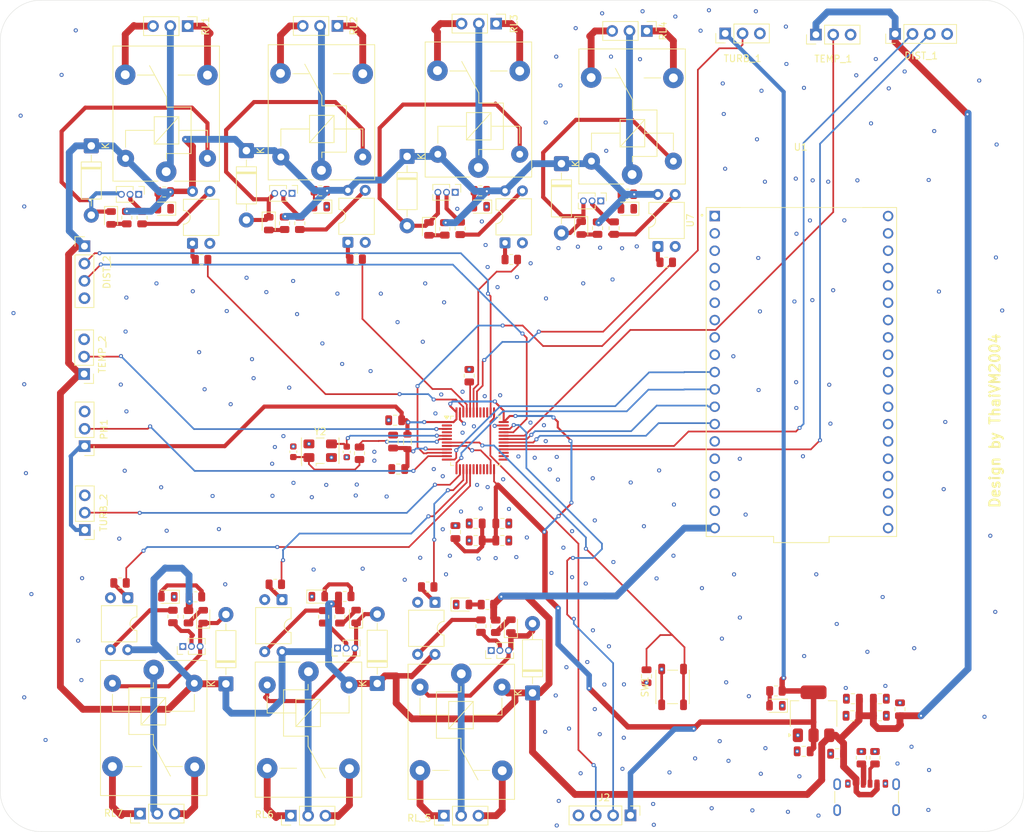
<source format=kicad_pcb>
(kicad_pcb (version 20241229) (generator "pcbnew") (generator_version "9.0")
  (layers (0 "F.Cu" signal) (2 "B.Cu" signal) (13 "F.Paste" user) (15 "B.Paste" user) (5 "F.SilkS" user "F.Silkscreen") (7 "B.SilkS" user "B.Silkscreen") (1 "F.Mask" user) (3 "B.Mask" user) (25 "Edge.Cuts" user))
  (net 0 "")
  (net 1 "GND")
  (net 2 "+3.3V")
  (net 3 "+3.3VA")
  (net 4 "+5V")
  (net 5 "Net-(C14-Pad1)")
  (net 6 "/OSC_IN")
  (net 7 "Net-(D1-A)")
  (net 8 "Net-(D2-A)")
  (net 9 "Net-(D3-K)")
  (net 10 "Net-(D3-A)")
  (net 11 "Net-(D5-A)")
  (net 12 "Net-(D6-K)")
  (net 13 "Net-(D6-A)")
  (net 14 "Net-(D8-A)")
  (net 15 "Net-(D10-A)")
  (net 16 "Net-(D9-A)")
  (net 17 "Net-(D11-A)")
  (net 18 "Net-(D12-A)")
  (net 19 "Net-(D12-K)")
  (net 20 "Net-(D14-A)")
  (net 21 "Net-(D15-K)")
  (net 22 "Net-(D15-A)")
  (net 23 "Net-(D17-A)")
  (net 24 "Net-(D18-K)")
  (net 25 "Net-(D18-A)")
  (net 26 "Net-(D20-A)")
  (net 27 "Net-(D21-A)")
  (net 28 "Net-(D21-K)")
  (net 29 "Net-(J1-CC2)")
  (net 31 "Net-(J1-CC1)")
  (net 32 "/SWCLK")
  (net 33 "/SWDIO")
  (net 34 "/PH_DAT_2")
  (net 35 "/TEMP_DAT_1")
  (net 36 "/COM_1")
  (net 37 "/NC_1")
  (net 38 "/NO_1")
  (net 39 "/TEMP_DAT_2")
  (net 40 "/TURB_DAT_1")
  (net 41 "/TURB_DAT_2")
  (net 42 "/DIS_TRIG_1")
  (net 43 "/DIS_ECHO_1")
  (net 44 "/DIS_ECHO_2")
  (net 45 "/DIS_TRIG_2")
  (net 46 "/NC_2")
  (net 47 "/NO_2")
  (net 48 "/COM_2")
  (net 49 "/NO_3")
  (net 50 "/COM_3")
  (net 51 "/NC_3")
  (net 52 "/COM_4")
  (net 53 "/NC_4")
  (net 54 "/NO_4")
  (net 55 "/COM_5")
  (net 56 "/NC_5")
  (net 57 "/NO_5")
  (net 58 "/COM_6")
  (net 59 "/NO_6")
  (net 60 "/NC_6")
  (net 61 "/COM_7")
  (net 62 "/NC_7")
  (net 63 "/NO_7")
  (net 64 "Net-(Q1-B)")
  (net 65 "Net-(Q2-B)")
  (net 66 "Net-(Q3-B)")
  (net 67 "Net-(Q4-B)")
  (net 68 "Net-(Q5-B)")
  (net 69 "Net-(Q6-B)")
  (net 70 "Net-(Q7-B)")
  (net 71 "Net-(U5-BOOT0)")
  (net 72 "/OSC_OUT")
  (net 73 "Net-(R_TRIG_1-Pad2)")
  (net 74 "/BULB_1")
  (net 75 "Net-(R_TRIG_2-Pad2)")
  (net 76 "/VALVE_1")
  (net 77 "/PUMP_1")
  (net 78 "Net-(R_TRIG_3-Pad2)")
  (net 79 "Net-(R_TRIG_4-Pad2)")
  (net 80 "/FAN_INDUS_1")
  (net 81 "Net-(R_TRIG_5-Pad2)")
  (net 82 "/BULB_2")
  (net 83 "Net-(R_TRIG_6-Pad2)")
  (net 84 "/PUMP_2")
  (net 85 "/VALVE_2")
  (net 86 "Net-(R_TRIG_7-Pad2)")
  (net 87 "/NRST")
  (net 89 "/UART_RX_1")
  (net 94 "/UART_TX_1")
  (net 114 "/UART_RX_2")
  (net 120 "/UART_TX_2")
  (net 140 "Net-(R4-Pad1)")
  (net 141 "Net-(R5-Pad1)")
  (net 142 "Net-(R7-Pad1)")
  (net 143 "Net-(R8-Pad1)")
  (net 144 "Net-(R9-Pad1)")
  (net 145 "Net-(R10-Pad1)")
  (net 146 "Net-(R11-Pad1)")
  (footprint "Resistor_SMD:R_0805_2012Metric" (layer "F.Cu") (at 153.9375 126.25 180)
    (property "Reference" "RP_RELAY1" (hide yes))
    (property "Value" "1K" (hide yes))
  )
  (footprint "Resistor_SMD:R_0805_2012Metric" (layer "F.Cu") (at 201.2975 186.71 180)
    (property "Reference" "RP_RELAY8" (hide yes))
    (property "Value" "1K" (hide yes))
  )
  (footprint "LED_SMD:LED_0805_2012Metric" (layer "F.Cu") (at 192.725 131.6625 -90)
    (property "Reference" "D6" (hide yes))
    (property "Value" "LED" (hide yes))
  )
  (footprint "Resistor_SMD:R_0805_2012Metric" (layer "F.Cu") (at 221.7975 126.585 180)
    (property "Reference" "RP_RELAY7" (hide yes))
    (property "Value" "1K" (hide yes))
  )
  (footprint "Connector_PinHeader_1.27mm:PinHeader_1x03_P1.27mm_Vertical" (layer "F.Cu") (at 196.575 126.3 -90)
    (property "Reference" "Q2" (hide yes))
    (property "Value" "2N2222" (hide yes))
  )
  (footprint "Connector_PinHeader_1.27mm:PinHeader_1x03_P1.27mm_Vertical" (layer "F.Cu") (at 217.9 127.56 -90)
    (property "Reference" "Q4" (hide yes))
    (property "Value" "2N2222" (hide yes))
  )
  (footprint "LED_SMD:LED_0805_2012Metric" (layer "F.Cu") (at 169.25 130.8875 -90)
    (property "Reference" "D9" (hide yes))
    (property "Value" "LED" (hide yes))
  )
  (footprint "Capacitor_SMD:C_0805_2012Metric" (layer "F.Cu") (at 258.79 203)
    (property "Reference" "C18" (hide yes))
    (property "Value" "100n" (hide yes))
  )
  (footprint "Resistor_SMD:R_0805_2012Metric" (layer "F.Cu") (at 192.5425 184.13 180)
    (property "Reference" "R_TRIG_5" (hide yes))
    (property "Value" "560R" (hide yes))
  )
  (footprint "MountingHole:MountingHole_2.1mm" (layer "F.Cu") (at 273.9 104.15)
    (property "Reference" "H3" (hide yes))
    (property "Value" "MountingHole" (hide yes))
  )
  (footprint "Resistor_SMD:R_0805_2012Metric" (layer "F.Cu") (at 219.86 131.5475 90)
    (property "Reference" "R9" (hide yes))
    (property "Value" "560R" (hide yes))
  )
  (footprint "LED_SMD:LED_0805_2012Metric" (layer "F.Cu") (at 159.65 188.4775 90)
    (property "Reference" "D21" (hide yes))
    (property "Value" "LED" (hide yes))
  )
  (footprint "Resistor_SMD:R_0805_2012Metric" (layer "F.Cu") (at 177.3 188.5025 -90)
    (property "Reference" "R10" (hide yes))
    (property "Value" "560R" (hide yes))
  )
  (footprint "Diode_THT:D_DO-41_SOD81_P10.16mm_Horizontal" (layer "F.Cu") (at 212.135 122.105 -90)
    (property "Reference" "D13" (hide yes))
    (property "Value" "1N4007" (hide yes))
  )
  (footprint "Diode_THT:D_DO-41_SOD81_P10.16mm_Horizontal" (layer "F.Cu") (at 165.975 120.195 -90)
    (property "Reference" "D10" (hide yes))
    (property "Value" "1N4007" (hide yes))
  )
  (footprint "MountingHole:MountingHole_2.1mm" (layer "F.Cu") (at 135.9 104.15)
    (property "Reference" "H1" (hide yes))
    (property "Value" "MountingHole" (hide yes))
  )
  (footprint "Package_TO_SOT_SMD:SOT-223-3_TabPin2" (layer "F.Cu") (at 249.08 202.71 90)
    (property "Reference" "U4" (hide yes))
    (property "Value" "AMS1117-3.3" (hide yes))
  )
  (footprint "Package_DIP:DIP-4_W7.62mm" (layer "F.Cu") (at 226.27 134.235 90)
    (property "Reference" "U7")
    (property "Value" "PC817" (hide yes))
  )
  (footprint "Resistor_SMD:R_0805_2012Metric" (layer "F.Cu") (at 180.3875 185.515)
    (property "Reference" "RP_RELAY11" (hide yes))
    (property "Value" "1K" (hide yes))
  )
  (footprint "LED_SMD:LED_0805_2012Metric" (layer "F.Cu") (at 176.5125 185.54)
    (property "Reference" "D17" (hide yes))
    (property "Value" "LED" (hide yes))
  )
  (footprint "LED_SMD:LED_0805_2012Metric" (layer "F.Cu") (at 200.2375 128.4 180)
    (property "Reference" "D5" (hide yes))
    (property "Value" "LED" (hide yes))
  )
  (footprint "Capacitor_SMD:C_0805_2012Metric" (layer "F.Cu") (at 254.79 203 180)
    (property "Reference" "C11" (hide yes))
    (property "Value" "100n" (hide yes))
  )
  (footprint "Resistor_SMD:R_0805_2012Metric" (layer "F.Cu") (at 147.4625 183.54 180)
    (property "Reference" "R_TRIG_7" (hide yes))
    (property "Value" "560R" (hide yes))
  )
  (footprint "Resistor_SMD:R_0805_2012Metric" (layer "F.Cu") (at 200.35 189.8675 -90)
    (property "Reference" "R8" (hide yes))
    (property "Value" "560R" (hide yes))
  )
  (footprint "Package_DIP:DIP-4_W7.62mm" (layer "F.Cu") (at 171.2 185.985 -90)
    (property "Reference" "U9" (hide yes))
    (property "Value" "PC817" (hide yes))
  )
  (footprint "Relay_THT:Relay_SPDT_SANYOU_SRD_Series_Form_C" (layer "F.Cu") (at 222.49 123.69 90)
    (property "Reference" "K4" (hide yes))
    (property "Value" "SANYOU_SRD_Form_C" (hide yes))
  )
  (footprint "Diode_THT:D_DO-41_SOD81_P10.16mm_Horizontal" (layer "F.Cu") (at 189.525 121.045 -90)
    (property "Reference" "D7" (hide yes))
    (property "Value" "1N4007" (hide yes))
  )
  (footprint "Package_DIP:DIP-4_W7.62mm" (layer "F.Cu") (at 148.6 185.71 -90)
    (property "Reference" "U10" (hide yes))
    (property "Value" "PC817" (hide yes))
  )
  (footprint "Connector_PinHeader_2.54mm:PinHeader_1x03_P2.54mm_Vertical" (layer "F.Cu") (at 142.3 175.78 180)
    (property "Reference" "TURB_2")
    (property "Value" "Conn_01x03_Pin" (hide yes))
  )
  (footprint "Relay_THT:Relay_SPDT_SANYOU_SRD_Series_Form_C" (layer "F.Cu") (at 175.075 196.54 -90)
    (property "Reference" "K6" (hide yes))
    (property "Value" "SANYOU_SRD_Form_C" (hide yes))
  )
  (footprint "Relay_THT:Relay_SPDT_SANYOU_SRD_Series_Form_C" (layer "F.Cu") (at 197.465 196.85 -90)
    (property "Reference" "K5" (hide yes))
    (property "Value" "SANYOU_SRD_Form_C" (hide yes))
  )
  (footprint "Connector_PinHeader_1.27mm:PinHeader_1x03_P1.27mm_Vertical" (layer "F.Cu") (at 172.665 126.45 -90)
    (property "Reference" "Q3" (hide yes))
    (property "Value" "2N2222" (hide yes))
  )
  (footprint "Connector_PinHeader_2.54mm:PinHeader_1x03_P2.54mm_Vertical" (layer "F.Cu") (at 224.65 102.66 -90)
    (property "Reference" "RL4")
    (property "Value" "Conn_01x03_Pin" (hide yes))
  )
  (footprint "Resistor_SMD:R_0805_2012Metric" (layer "F.Cu") (at 217.435 131.5475 -90)
    (property "Reference" "RP_RELAY10" (hide yes))
    (property "Value" "1K" (hide yes))
  )
  (footprint "LED_SMD:LED_0805_2012Metric" (layer "F.Cu") (at 197.6475 186.7)
    (property "Reference" "D14" (hide yes))
    (property "Value" "LED" (hide yes))
  )
  (footprint "Inductor_SMD:L_0805_2012Metric" (layer "F.Cu") (at 189.575 162.8625 90)
    (property "Reference" "FB1" (hide yes))
    (property "Value" "120R" (hide yes))
  )
  (footprint "Connector_PinHeader_1.27mm:PinHeader_1x03_P1.27mm_Vertical" (layer "F.Cu") (at 156.66 192.84 90)
    (property "Reference" "Q7" (hide yes))
    (property "Value" "2N2222" (hide yes))
  )
  (footprint "LED_SMD:LED_0805_2012Metric" (layer "F.Cu") (at 221.7975 128.71 180)
    (property "Reference" "D11" (hide yes))
    (property "Value" "LED" (hide yes))
  )
  (footprint "LED_SMD:LED_0805_2012Metric" (layer "F.Cu") (at 243.5625 201.53 180)
    (property "Reference" "D1" (hide yes))
    (property "Value" "LED" (hide yes))
  )
  (footprint "Resistor_SMD:R_0805_2012Metric" (layer "F.Cu") (at 157.49 188.4875 -90)
    (property "Reference" "RP_RELAY14" (hide yes))
    (property "Value" "1K" (hide yes))
  )
  (footprint "Capacitor_SMD:C_0805_2012Metric" (layer "F.Cu") (at 247.63 208.21 180)
    (property "Reference" "C13" (hide yes))
    (property "Value" "22u" (hide yes))
  )
  (footprint "Diode_THT:D_DO-41_SOD81_P10.16mm_Horizontal" (layer "F.Cu") (at 162.975 198.32 90)
    (property "Reference" "D22" (hide yes))
    (property "Value" "1N4007" (hide yes))
  )
  (footprint "Connector_PinHeader_2.54mm:PinHeader_1x03_P2.54mm_Vertical" (layer "F.Cu") (at 249.425 103.2 90)
    (property "Reference" "TEMP_1")
    (property "Value" "Conn_01x03_Pin" (hide yes))
  )
  (footprint "Capacitor_SMD:C_0805_2012Metric" (layer "F.Cu") (at 224.605 197.21 -90)
    (property "Reference" "C9" (hide yes))
    (property "Value" "100n" (hide yes))
  )
  (footprint "Resistor_SMD:R_0805_2012Metric" (layer "F.Cu") (at 182.55 164.5375 -90)
    (property "Reference" "R_ext1" (hide yes))
    (property "Value" "20R" (hide yes))
  )
  (footprint "Connector_PinHeader_2.54mm:PinHeader_1x03_P2.54mm_Vertical" (layer "F.Cu") (at 157.375 101.95 -90)
    (property "Reference" "RL1")
    (property "Value" "Conn_01x03_Pin" (hide yes))
  )
  (footprint "Resistor_SMD:R_0805_2012Metric" (layer "F.Cu") (at 155.21 188.4525 -90)
    (property "Reference" "R11" (hide yes))
    (property "Value" "560R" (hide yes))
  )
  (footprint "Relay_THT:Relay_SPDT_SANYOU_SRD_Series_Form_C" (layer "F.Cu") (at 199.975 122.675 90)
    (property "Reference" "K2" (hide yes))
    (property "Value" "SANYOU_SRD_Form_C" (hide yes))
  )
  (footprint "Diode_THT:D_DO-41_SOD81_P10.16mm_Horizontal" (layer "F.Cu") (at 143.25 119.495 -90)
    (property "Reference" "D4" (hide yes))
    (property "Value" "1N4007" (hide yes))
  )
  (footprint "Connector_PinHeader_2.54mm:PinHeader_1x04_P2.54mm_Vertical" (layer "F.Cu") (at 142.25 134.195)
    (property "Reference" "DIST_2")
    (property "Value" "Conn_01x04_Pin" (hide yes))
  )
  (footprint "Relay_THT:Relay_SPDT_SANYOU_SRD_Series_Form_C" (layer "F.Cu") (at 176.975 123.075 90)
    (property "Reference" "K3" (hide yes))
    (property "Value" "SANYOU_SRD_Form_C" (hide yes))
  )
  (footprint "Connector_PinHeader_2.54mm:PinHeader_1x04_P2.54mm_Vertical" (layer "F.Cu") (at 261.035 103.1 90)
    (property "Reference" "DIST_1")
    (property "Value" "Conn_01x04_Pin" (hide yes))
  )
  (footprint "Capacitor_SMD:C_0603_1608Metric" (layer "F.Cu") (at 180.68 164.34 -90)
    (property "Reference" "C15" (hide yes))
    (property "Value" "22p" (hide yes))
  )
  (footprint "Relay_THT:Relay_SPDT_SANYOU_SRD_Series_Form_C" (layer "F.Cu") (at 152.4 196.29 -90)
    (property "Reference" "K7" (hide yes))
    (property "Value" "SANYOU_SRD_Form_C" (hide yes))
  )
  (footprint "Connector_USB:USB_C_Receptacle_GCT_USB4125-xx-x_6P_TopMnt_Horizontal" (layer "F.Cu") (at 256.855 216.025)
    (property "Reference" "J1" (hide yes))
    (property "Value" "USB_C_Receptacle_PowerOnly_6P" (hide yes))
  )
  (footprint "Capacitor_SMD:C_0805_2012Metric" (layer "F.Cu") (at 196.605 176.085 90)
    (property "Reference" "C5" (hide yes))
    (property "Value" "10u" (hide yes))
  )
  (footprint "Connector_PinHeader_1.27mm:PinHeader_1x03_P1.27mm_Vertical" (layer "F.Cu") (at 150.2 126.6 -90)
    (property "Reference" "Q1" (hide yes))
    (property "Value" "2N2222" (hide yes))
  )
  (footprint "LED_SMD:LED_0805_2012Metric" (layer "F.Cu") (at 153.9375 128.7 180)
    (property "Reference" "D2" (hide yes))
    (property "Value" "LED" (hide yes))
  )
  (footprint "Resistor_SMD:R_0805_2012Metric" (layer "F.Cu") (at 258.08 209.1475 -90)
    (property "Reference" "R6" (hide yes))
    (property "Value" "5k1" (hide yes))
  )
  (footprint "DEVKIT_V1_ESP32-WROOM-32:MODULE_DEVKIT_V1_ESP32-WROOM-32" (layer "F.Cu") (at 247.3 152.63)
    (property "Reference" "U1")
    (property "Value" "DEVKIT_V1_ESP32-WROOM-32" (hide yes))
  )
  (footprint "Connector_PinHeader_2.54mm:PinHeader_1x04_P2.54mm_Vertical" (layer "F.Cu") (at 222.255 217.6 -90)
    (property "Reference" "J2")
    (property "Value" "ST-LINK" (hide yes))
  )
  (footprint "Capacitor_SMD:C_0805_2012Metric" (layer "F.Cu") (at 188.225 166.85 180)
    (property "Reference" "C6" (hide yes))
    (property "Value" "10n" (hide yes))
  )
  (footprint "Resistor_SMD:R_0805_2012Metric" (layer "F.Cu") (at 200.2625 126.075 180)
    (property "Reference" "RP_RELAY3" (hide yes))
    (property "Value" "1K" (hide yes))
  )
  (footprint "Resistor_SMD:R_0805_2012Metric" (layer "F.Cu") (at 227.4975 136.56 180)
    (property "Reference" "R_TRIG_4" (hide yes))
    (property "Value" "560R" (hide yes))
  )
  (footprint "Resistor_SMD:R_0805_2012Metric" (layer "F.Cu") (at 173.8 130.8375 90)
    (property "Reference" "R7" (hide yes))
    (property "Value" "560R" (hide yes))
  )
  (footprint "Package_DIP:DIP-4_W7.62mm" (layer "F.Cu") (at 180.85 133.63 90)
    (property "Reference" "U6" (hide yes))
    (property "Value" "PC817" (hide yes))
  )
  (footprint "Resistor_SMD:R_0805_2012Metric" (layer "F.Cu") (at 243.5625 199.36 180)
    (property "Reference" "R3" (hide yes))
    (property "Value" "1k" (hide yes))
  )
  (footprint "LED_SMD:LED_0805_2012Metric" (layer "F.Cu") (at 146.15 130.0625 -90)
    (property "Reference" "D3" (hide yes))
    (property "Value" "LED" (hide yes))
  )
  (footprint "Resistor_SMD:R_0805_2012Metric" (layer "F.Cu") (at 150.7 130.0125 90)
    (property "Reference" "R4" (hide yes))
    (property "Value" "560R" (hide yes))
  )
  (footprint "Capacitor_SMD:C_0805_2012Metric" (layer "F.Cu") (at 261.74 202.05 90)
    (property "Reference" "C17" (hide yes))
    (property "Value" "100n" (hide yes))
  )
  (footprint "Capacitor_SMD:C_0805_2012Metric" (layer "F.Cu") (at 254.84 200.5 180)
    (property "Reference" "C10" (hide yes))
    (property "Value" "10u" (hide yes))
  )
  (footprint "LED_SMD:LED_0805_2012Metric" (layer "F.Cu") (at 215.035 131.5475 -90)
    (property "Reference" "D12" (hide yes))
    (property "Value" "LED" (hide yes))
  )
  (footprint "Package_QFP:LQFP-48_7x7mm_P0.5mm" (layer "F.Cu") (at 199.5125 162.715)
    (property "Reference" "U5" (hide yes))
    (property "Value" "STM32F103C8Tx" (hide yes))
  )
  (footprint "Connector_PinHeader_1.27mm:PinHeader_1x03_P1.27mm_Vertical" (layer "F.Cu") (at 201.85 193.44 90)
    (property "Reference" "Q5" (hide yes))
    (property "Value" "2N2222" (hide yes))
  )
  (footprint "Connector_PinHeader_2.54mm:PinHeader_1x03_P2.54mm_Vertical" (layer "F.Cu") (at 194.905 217.64 90)
    (property "Reference" "RL5" (hide yes))
    (property "Value" "Conn_01x03_Pin" (hide yes))
  )
  (footprint "Connector_PinHeader_2.54mm:PinHeader_1x03_P2.54mm_Vertical" (layer "F.Cu") (at 172.485 217.64 90)
    (property "Reference" "RL6")
    (property "Value" "Conn_01x03_Pin" (hide yes))
  )
  (footprint "Resistor_SMD:R_0805_2012Metric" (layer "F.Cu") (at 170.2125 183.74 180)
    (property "Reference" "R_TRIG_6" (hide yes))
    (property "Value" "560R" (hide yes))
  )
  (footprint "Connector_PinHeader_2.54mm:PinHeader_1x03_P2.54mm_Vertical" (layer "F.Cu") (at 150.385 217.34 90)
    (property "Reference" "RL7")
    (property "Value" "Conn_01x03_Pin" (hide yes))
  )
  (footprint "Resistor_SMD:R_0805_2012Metric" (layer "F.Cu") (at 171.575 130.8375 -90)
    (property "Reference" "RP_RELAY6" (hide yes))
    (property "Value" "1K" (hide yes))
  )
  (footprint "Resistor_SMD:R_0805_2012Metric" (layer "F.Cu") (at 158.5125 185.565)
    (property "Reference" "RP_RELAY13" (hide yes))
    (property "Value" "1K" (hide yes))
  )
  (footprint "Capacitor_SMD:C_0805_2012Metric" (layer "F.Cu") (at 203.475 174.825)
    (property "Reference" "C2" (hide yes))
    (property "Value" "100n" (hide yes))
  )
  (footprint "Resistor_SMD:R_0805_2012Metric" (layer "F.Cu") (at 179.675 188.5025 -90)
    (property "Reference" "RP_RELAY12" (hide yes))
    (property "Value" "1K" (hide yes))
  )
  (footprint "Capacitor_SMD:C_0805_2012Metric" (layer "F.Cu") (at 187.775 159.7 180)
    (property "Reference" "C8" (hide yes))
    (property "Value" "1u" (hide yes))
  )
  (footprint "Connector_PinHeader_2.54mm:PinHeader_1x03_P2.54mm_Vertical" (layer "F.Cu") (at 236.135 103.025 90)
    (property "Reference" "TURB_1")
    (property "Value" "Conn_01x03_Pin" (hide yes))
  )
  (footprint "Connector_PinHeader_2.54mm:PinHeader_1x03_P2.54mm_Vertical" (layer "F.Cu") (at 142.275 163.495 180)
    (property "Reference" "PH1")
    (property "Value" "Conn_01x03_Pin" (hide yes))
  )
  (footprint "Resistor_SMD:R_0805_2012Metric" (layer "F.Cu") (at 159.4125 136.175 180)
    (property "Reference" "R_TRIG_1" (hide yes))
    (property "Value" "560R" (hide yes))
  )
  (footprint "Capacitor_SMD:C_0805_2012Metric" (layer "F.Cu") (at 199.575 174.825 180)
    (property "Reference" "C1" (hide yes))
    (property "Value" "100n" (hide yes))
  )
  (footprint "Capacitor_SMD:C_0805_2012Metric" (layer "F.Cu") (at 258.79 200.5)
    (property "Reference" "C16" (hide yes))
    (property "Value" "100n" (hide yes))
  )
  (footprint "Diode_THT:D_DO-41_SOD81_P10.16mm_Horizontal" (layer "F.Cu") (at 185.15 198.27 90)
    (property "Reference" "D19" (hide yes))
    (property "Value" "1N4007" (hide yes))
  )
  (footprint "my_lb:Crystal_SMD_5032-4Pin_5.0x3.2mm" (layer "F.Cu") (at 176.79 164.165)
    (property "Reference" "Y2")
    (property "Value" "8Mhz")
  )
  (footprint "Connector_PinHeader_2.54mm:PinHeader_1x03_P2.54mm_Vertical" (layer "F.Cu") (at 142.2 152.92 180)
    (property "Reference" "TEMP_2")
    (property "Value" "Conn_01x03_Pin" (hide yes))
  )
  (footprint "Connector_PinHeader_1.27mm:PinHeader_1x03_P1.27mm_Vertical" (layer "F.Cu") (at 179.335 193.09 90)
    (property "Reference" "Q6" (hide yes))
    (property "Value" "2N2222" (hide yes))
  )
  (footprint "Capacitor_SMD:C_0603_1608Metric" (layer "F.Cu") (at 172.85 164.32 90)
    (property "Reference" "C14" (hide yes))
    (property "Value" "22p" (hide yes))
  )
  (footprint "Connector_PinHeader_2.54mm:PinHeader_1x03_P2.54mm_Vertical" (layer "F.Cu") (at 179.315 101.925 -90)
    (property "Reference" "RL2")
    (property "Value" "Conn_01x03_Pin" (hide yes))
  )
  (footprint "Connector_PinHeader_2.54mm:PinHeader_1x03_P2.54mm_Vertical" (layer "F.Cu") (at 202.575 101.585 -90)
    (property "Reference" "RL3")
    (property "Value" "Conn_01x03_Pin" (hide yes))
  )
  (footprint "Relay_THT:Relay_SPDT_SANYOU_SRD_Series_Form_C" (layer "F.Cu") (at 154.225 123.275 90)
    (property "Reference" "K1" (hide yes))
    (property "Value" "SANYOU_SRD_Form_C" (hide yes))
  )
  (footprint "LED_SMD:LED_0805_2012Metric" (layer "F.Cu") (at 176.8125 128.4 180)
    (property "Reference" "D8" (hide yes))
    (property "Value" "LED" (hide yes))
  )
  (footprint "Resistor_SMD:R_0805_2012Metric" (layer "F.Cu") (at 202.51 189.8875 -90)
    (property "Reference" "RP_RELAY9" (hide yes))
    (property "Value" "1K" (hide yes))
  )
  (footprint "Capacitor_SMD:C_0805_2012Metric" (layer "F.Cu") (at 187.475 162.825 90)
    (property "Reference" "C7" (hide yes))
    (property "Value" "1u" (hide yes))
  )
  (footprint "Resistor_SMD:R_0805_2012Metric" (layer "F.Cu") (at 148.45 130.0125 -90)
    (property "Reference" "RP_RELAY2" (hide yes))
    (property "Value" "1K" (hide yes))
  )
  (footprint "Resistor_SMD:R_0805_2012Metric" (layer "F.Cu") (at 204.7875 136.15 180)
    (property "Reference" "R_TRIG_2" (hide yes))
    (property "Value" "560R" (hide yes))
  )
  (footprint "Package_DIP:DIP-4_W7.62mm" (layer "F.Cu") (at 203.875 133.705 90)
    (property "Reference" "U3" (hide yes))
    (property "Value" "PC817" (hide yes))
  )
  (footprint "Resistor_SMD:R_0805_2012Metric" (layer "F.Cu") (at 182.0625 136.1 180)
    (property "Reference" "R_TRIG_3" (hide yes))
    (property "Value" "560R" (hide yes))
  )
  (footprint "LED_SMD:LED_0805_2012Metric" (layer "F.Cu") (at 182.05 188.4525 90)
    (property "Reference" "D18" (hide yes))
    (property "Value" "LED" (hide yes))
  )
  (footprint "Resistor_SMD:R_0805_2012Metric" (layer "F.Cu") (at 195.05 131.6625 -90)
    (property "Reference" "RP_RELAY4" (hide yes))
    (property "Value" "1K" (hide yes))
  )
  (footprint "MountingHole:MountingHole_2.1mm" (layer "F.Cu") (at 273.9 213.975)
    (property "Reference" "H4" (hide yes))
    (property "Value" "MountingHole" (hide yes))
  )
  (footprint "Resistor_SMD:R_0805_2012Metric" (layer "F.Cu") (at 176.8125 126.075 180)
    (property "Reference" "RP_RELAY5" (hide yes))
    (property "Value" "1K" (hide yes))
  )
  (footprint "Package_DIP:DIP-4_W7.62mm" (layer "F.Cu") (at 158.075 133.78 90)
    (property "Reference" "U2" (hide yes))
    (property "Value" "PC817" (hide yes))
  )
  (footprint "Capacitor_SMD:C_0805_2012Metric" (layer "F.Cu") (at 252.53 208.56 180)
    (property "Reference" "C12" (hide yes))
    (property "Value" "22u" (hide yes))
  )
  (footprint "button:SW_SPST_PTS647_Sx70" (layer "F.Cu") (at 228.425 198.775 90)
    (property "Reference" "SW1")
    (property "Value" "SW_Push")
  )
  (footprint "Capacitor_SMD:C_0805_2012Metric" (layer "F.Cu") (at 203.475 177.325)
    (property "Reference" "C3" (hide yes))
    (property "Value" "100n" (hide yes))
  )
  (footprint "LED_SMD:LED_0805_2012Metric" (layer "F.Cu") (at 204.73 189.8625 90)
    (property "Reference" "D15" (hide yes))
    (property "Value" "LED" (hide yes))
  )
  (footprint "Resistor_SMD:R_0805_2012Metric" (layer "F.Cu") (at 197.3 131.5875 90)
    (property "Reference" "R5" (hide yes))
    (property "Value" "560R" (hide yes))
  )
  (footprint "LED_SMD:LED_0805_2012Metric" (layer "F.Cu") (at 154.4625 185.565 180)
    (property "Reference" "D20" (hide yes))
    (property "Value" "LED" (hide yes))
  )
  (footprint "MountingHole:MountingHole_2.1mm" (layer "F.Cu") (at 135.9 213.975)
    (property "Reference" "H2" (hide yes))
    (property "Value" "MountingHole" (hide yes))
  )
  (footprint "Package_DIP:DIP-4_W7.62mm" (layer "F.Cu") (at 193.615 186.375 -90)
    (property "Reference" "U8" (hide yes))
    (property "Value" "PC817" (hide yes))
  )
  (footprint "Resistor_SMD:R_0805_2012Metric" (layer "F.Cu") (at 256.08 209.1475 -90)
    (property "Reference" "R2" (hide yes))
    (property "Value" "5k1" (hide yes))
  )
  (footprint "Capacitor_SMD:C_0805_2012Metric" (layer "F.Cu") (at 199.575 177.325 180)
    (property "Reference" "C4" (hide yes))
    (property "Value" "100n" (hide yes))
  )
  (footprint "Resistor_SMD:R_0805_2012Metric" (layer "F.Cu") (at 198.63 153.1725 -90)
    (property "Reference" "R1" (hide yes))
    (property "Value" "10K" (hide yes))
  )
  (footprint "Diode_THT:D_DO-41_SOD81_P10.16mm_Horizontal" (layer "F.Cu") (at 207.9 199.65 90)
    (property "Reference" "D16" (hide yes))
    (property "Value" "1N4007" (hide yes))
  )
  (gr_line (start 129.9 213.975) (end 129.9 104.15) (stroke (width 0.05)) (layer "Edge.Cuts"))
  (gr_arc (start 135.9 219.975) (mid 131.657359 218.217641) (end 129.9 213.975) (stroke (width 0.05)) (layer "Edge.Cuts"))
  (gr_arc (start 279.9 213.975) (mid 278.142641 218.217641) (end 273.9 219.975) (stroke (width 0.05)) (layer "Edge.Cuts"))
  (gr_line (start 273.9 219.975) (end 135.9 219.975) (stroke (width 0.05)) (layer "Edge.Cuts"))
  (gr_arc (start 273.9 98.15) (mid 278.142641 99.907359) (end 279.9 104.15) (stroke (width 0.05)) (layer "Edge.Cuts"))
  (gr_line (start 279.9 104.15) (end 279.9 213.975) (stroke (width 0.05)) (layer "Edge.Cuts"))
  (gr_line (start 135.9 98.15) (end 273.9 98.15) (stroke (width 0.05)) (layer "Edge.Cuts"))
  (gr_arc (start 129.9 104.15) (mid 131.657359 99.907359) (end 135.9 98.15) (stroke (width 0.05)) (layer "Edge.Cuts"))
  (gr_text "RL_5" (at 191.31 217.99 0) (layer "F.SilkS") (effects (font (size 1 1))))
  (gr_text "Design by ThaiVM2004" (at 276.525 172.725 90) (layer "F.SilkS") (effects (font (size 1.5 1.5) (thickness 0.3) (bold yes)) (justify left bottom)))
  (segment (start 203.675 160.465) (end 202.385 160.465) (width 0.25) (layer "F.Cu") (net 1))
  (segment (start 202.385 160.465) (end 202.325 160.525) (width 0.25) (layer "F.Cu") (net 1))
  (segment (start 198.24 163.465) (end 198.85 164.075) (width 0.25) (layer "F.Cu") (net 1))
  (segment (start 200.3 164.1) (end 200.9125 164.7125) (width 0.25) (layer "F.Cu") (net 1))
  (segment (start 199.05 164.1) (end 200.3 164.1) (width 0.25) (layer "F.Cu") (net 1))
  (segment (start 197.2625 159.6125) (end 197.2625 158.5525) (width 0.3) (layer "F.Cu") (net 1))
  (segment (start 198.85 164.075) (end 198.875 164.1) (width 0.25) (layer "F.Cu") (net 1))
  (segment (start 197.85 160.2) (end 197.2625 159.6125) (width 0.3) (layer "F.Cu") (net 1))
  (segment (start 195.35 163.465) (end 198.24 163.465) (width 0.25) (layer "F.Cu") (net 1))
  (segment (start 172.6875 126.4875) (end 172.725 126.525) (width 0.3) (layer "F.Cu") (net 1))
  (segment (start 200.9125 164.7125) (end 201.7625 165.5625) (width 0.25) (layer "F.Cu") (net 1))
  (segment (start 201.7625 165.5625) (end 201.7625 166.8775) (width 0.25) (layer "F.Cu") (net 1))
  (segment (start 172.665 126.465) (end 172.6875 126.4875) (width 0.3) (layer "F.Cu") (net 1))
  (segment (start 226.825 201.4) (end 226.825 196.2) (width 0.4) (layer "F.Cu") (net 1))
  (segment (start 226.825 196.2) (end 226.825 196.15) (width 0.4) (layer "F.Cu") (net 1))
  (segment (start 198.875 164.1) (end 199.05 164.1) (width 0.25) (layer "F.Cu") (net 1))
  (segment (start 202.325 160.525) (end 202.35 160.525) (width 0.25) (layer "F.Cu") (net 1))
  (via (at 205.525 179.75) (size 0.6) (drill 0.3) (layers "F.Cu" "B.Cu") (net 1))
  (via (at 246.575 132.375) (size 0.6) (drill 0.3) (layers "F.Cu" "B.Cu") (net 1))
  (via (at 194.94553 142.421325) (size 0.6) (drill 0.3) (layers "F.Cu" "B.Cu") (net 1))
  (via (at 218.1 100.075) (size 0.6) (drill 0.3) (layers "F.Cu" "B.Cu") (net 1))
  (via (at 188.125 145.325) (size 0.6) (drill 0.3) (layers "F.Cu" "B.Cu") (net 1))
  (via (at 179.335 193.09) (size 0.6) (drill 0.3) (layers "F.Cu" "B.Cu") (net 1))
  (via (at 241.952793 124.752037) (size 0.6) (drill 0.3) (layers "F.Cu" "B.Cu") (net 1))
  (via (at 216.75 190.475) (size 0.6) (drill 0.3) (layers "F.Cu" "B.Cu") (net 1))
  (via (at 215.7 183.625) (size 0.6) (drill 0.3) (layers "F.Cu" "B.Cu") (net 1))
  (via (at 239.125 173.525) (size 0.6) (drill 0.3) (layers "F.Cu" "B.Cu") (net 1))
  (via (at 217.75 205.7) (size 0.6) (drill 0.3) (layers "F.Cu" "B.Cu") (net 1))
  (via (at 257.5 116.2) (size 0.6) (drill 0.3) (layers "F.Cu" "B.Cu") (net 1))
  (via (at 205.625 138.725) (size 0.6) (drill 0.3) (layers "F.Cu" "B.Cu") (net 1))
  (via (at 240.975 135.925) (size 0.6) (drill 0.3) (layers "F.Cu" "B.Cu") (net 1))
  (via (at 258.2 106.775) (size 0.6) (drill 0.3) (layers "F.Cu" "B.Cu") (net 1))
  (via (at 199.775 169.175) (size 0.6) (drill 0.3) (layers "F.Cu" "B.Cu") (net 1))
  (via (at 234.6 162.8) (size 0.6) (drill 0.3) (layers "F.Cu" "B.Cu") (net 1))
  (via (at 131.85 144) (size 0.6) (drill 0.3) (layers "F.Cu" "B.Cu") (net 1))
  (via (at 202.35 160.525) (size 0.6) (drill 0.3) (layers "F.Cu" "B.Cu") (net 1))
  (via (at 217.025 202.025) (size 0.6) (drill 0.3) (layers "F.Cu" "B.Cu") (net 1))
  (via (at 255.5 124.55) (size 0.6) (drill 0.3) (layers "F.Cu" "B.Cu") (net 1))
  (via (at 219.75 180.475) (size 0.6) (drill 0.3) (layers "F.Cu" "B.Cu") (net 1))
  (via (at 274.125 203.15) (size 0.6) (drill 0.3) (layers "F.Cu" "B.Cu") (net 1))
  (via (at 219.4 106.425) (size 0.6) (drill 0.3) (layers "F.Cu" "B.Cu") (net 1))
  (via (at 275.7 187.775) (size 0.6) (drill 0.3) (layers "F.Cu" "B.Cu") (net 1))
  (via (at 205.833732 165.005266) (size 0.6) (drill 0.3) (layers "F.Cu" "B.Cu") (net 1))
  (via (at 142.2 147.84) (size 0.6) (drill 0.3) (layers "F.Cu" "B.Cu") (net 1))
  (via (at 223.175 134.225) (size 0.6) (drill 0.3) (layers "F.Cu" "B.Cu") (net 1))
  (via (at 253.8 198.925) (size 0.6) (drill 0.3) (layers "F.Cu" "B.Cu") (net 1))
  (via (at 169.75 166.075) (size 0.6) (drill 0.3) (layers "F.Cu" "B.Cu") (net 1))
  (via (at 258.08 208.235) (size 0.6) (drill 0.3) (layers "F.Cu" "B.Cu") (net 1))
  (via (at 237.431913 182.281246) (size 0.6) (drill 0.3) (layers "F.Cu" "B.Cu") (net 1))
  (via (at 266.755535 117.329425) (size 0.6) (drill 0.3) (layers "F.Cu" "B.Cu") (net 1))
  (via (at 168.9 140.925) (size 0.6) (drill 0.3) (layers "F.Cu" "B.Cu") (net 1))
  (via (at 212.425 178.375) (size 0.6) (drill 0.3) (layers "F.Cu" "B.Cu") (net 1))
  (via (at 231.724521 209.24269) (size 0.6) (drill 0.3) (layers "F.Cu" "B.Cu") (net 1))
  (via (at 268.655 103.1) (size 0.6) (drill 0.3) (layers "F.Cu" "B.Cu") (net 1))
  (via (at 209.837115 162.763372) (size 0.6) (drill 0.3) (layers "F.Cu" "B.Cu") (net 1))
  (via (at 208.225 165.2) (size 0.6) (drill 0.3) (layers "F.Cu" "B.Cu") (net 1))
  (via (at 177.75 128.4) (size 0.6) (drill 0.3) (layers "F.Cu" "B.Cu") (net 1))
  (via (at 201.325 169.5) (size 0.6) (drill 0.3) (layers "F.Cu" "B.Cu") (net 1))
  (via (at 211.375 106.425) (size 0.6) (drill 0.3) (layers "F.Cu" "B.Cu") (net 1))
  (via (at 237.325 150.325) (size 0.6) (drill 0.3) (layers "F.Cu" "B.Cu") (net 1))
  (via (at 147.575 154.475) (size 0.6) (drill 0.3) (layers "F.Cu" "B.Cu") (net 1))
  (via (at 213.7 175.95) (size 0.6) (drill 0.3) (layers "F.Cu" "B.Cu") (net 1))
  (via (at 211.3 200.025) (size 0.6) (drill 0.3) (layers "F.Cu" "B.Cu") (net 1))
  (via (at 248.55 130.425) (size 0.6) (drill 0.3) (layers "F.Cu" "B.Cu") (net 1))
  (via (at 221.025 134.5) (size 0.6) (drill 0.3) (layers "F.Cu" "B.Cu") (net 1))
  (via (at 184.725 165.625) (size 0.6) (drill 0.3) (layers "F.Cu" "B.Cu") (net 1))
  (via (at 196.605 175.135) (size 0.6) (drill 0.3) (layers "F.Cu" "B.Cu") (net 1))
  (via (at 193.675 158.7) (size 0.6) (drill 0.3) (layers "F.Cu" "B.Cu") (net 1))
  (via (at 262.425 108.6) (size 0.6) (drill 0.3) (layers "F.Cu" "B.Cu") (net 1))
  (via (at 240.114468 216.860556) (size 0.6) (drill 0.3) (layers "F.Cu" "B.Cu") (net 1))
  (via (at 186.525 170.875) (size 0.6) (drill 0.3) (layers "F.Cu" "B.Cu") (net 1))
  (via (at 172.6875 126.4875) (size 0.6) (drill 0.3) (layers "F.Cu" "B.Cu") (net 1))
  (via (at 212.866347 195.885157) (size 0.6) (drill 0.3) (layers "F.Cu" "B.Cu") (net 1))
  (via (at 153.484778 169.52137) (size 0.6) (drill 0.3) (layers "F.Cu" "B.Cu") (net 1))
  (via (at 261.375 210) (size 0.6) (drill 0.3) (layers "F.Cu" "B.Cu") (net 1))
  (via (at 275.9 119.3) (size 0.6) (drill 0.3) (layers "F.Cu" "B.Cu") (net 1))
  (via (at 228.81 134.235) (size 0.6) (drill 0.3) (layers "F.Cu" "B.Cu") (net 1))
  (via (at 259.605 212.945) (size 0.6) (drill 0.3) (layers "F.Cu" "B.Cu") (net 1))
  (via (at 255.335531 109.156) (size 0.6) (drill 0.3) (layers "F.Cu" "B.Cu") (net 1))
  (via (at 159.854447 155.160662) (size 0.6) (drill 0.3) (layers "F.Cu" "B.Cu") (net 1))
  (via (at 195.225 182.275) (size 0.6) (drill 0.3) (layers "F.Cu" "B.Cu") (net 1))
  (via (at 163.1 143.7) (size 0.6) (drill 0.3) (layers "F.Cu" "B.Cu") (net 1))
  (via (at 251.55 160.2) (size 0.6) (drill 0.3) (layers "F.Cu" "B.Cu") (net 1))
  (via (at 207.069061 176.878157) (size 0.6) (drill 0.3) (layers "F.Cu" "B.Cu") (net 1))
  (via (at 211.45 219.075) (size 0.6) (drill 0.3) (layers "F.Cu" "B.Cu") (net 1))
  (via (at 241.225 143.75) (size 0.6) (drill 0.3) (layers "F.Cu" "B.Cu") (net 1))
  (via (at 175.575 185.54) (size 0.6) (drill 0.3) (layers "F.Cu" "B.Cu") (net 1))
  (via (at 241.025 155.275) (size 0.6) (drill 0.3) (layers "F.Cu" "B.Cu") (net 1))
  (via (at 235.925 114.825) (size 0.6) (drill 0.3) (layers "F.Cu" "B.Cu") (net 1))
  (via (at 155.4 185.565) (size 0.6) (drill 0.3) (layers "F.Cu" "B.Cu") (net 1))
  (via (at 266 210.95) (size 0.6) (drill 0.3) (layers "F.Cu" "B.Cu") (net 1))
  (via (at 218.425 198.425) (size 0.6) (drill 0.3) (layers "F.Cu" "B.Cu") (net 1))
  (via (at 244.5 201.53) (size 0.6) (drill 0.3) (layers "F.Cu" "B.Cu") (net 1))
  (via (at 251.375 154.5) (size 0.6) (drill 0.3) (layers "F.Cu" "B.Cu") (net 1))
  (via (at 246.525 154.125) (size 0.6) (drill 0.3) (layers "F.Cu" "B.Cu") (net 1))
  (via (at 191.825 148.2) (size 0.6) (drill 0.3) (layers "F.Cu" "B.Cu") (net 1))
  (via (at 263.431316 207.544111) (size 0.6) (drill 0.3) (layers "F.Cu" "B.Cu") (net 1))
  (via (at 213.7 182.7) (size 0.6) (drill 0.3) (layers "F.Cu" "B.Cu") (net 1))
  (via (at 201.85 193.44) (size 0.6) (drill 0.3) (layers "F.Cu" "B.Cu") (net 1))
  (via (at 259.74 203) (size 0.6) (drill 0.3) (layers "F.Cu" "B.Cu") (net 1))
  (via (at 207.625 136.7) (size 0.6) (drill 0.3) (layers "F.Cu" "B.Cu") (net 1))
  (via (at 141.325 192) (size 0.6) (drill 0.3) (layers "F.Cu" "B.Cu") (net 1))
  (via (at 133.425 154.425) (size 0.6) (drill 0.3) (layers "F.Cu" "B.Cu") (net 1))
  (via (at 199.05 164.1) (size 0.6) (drill 0.3) (layers "F.Cu" "B.Cu") (net 1))
  (via (at 232.725 184.3) (size 0.6) (drill 0.3) (layers "F.Cu" "B.Cu") (net 1))
  (via (at 207.6 160.05) (size 0.6) (drill 0.3) (layers "F.Cu" "B.Cu") (net 1))
  (via (at 214.225 102.25) (size 0.6) (drill 0.3) (layers "F.Cu" "B.Cu") (net 1))
  (via (at 228.825 100.55) (size 0.6) (drill 0.3) (layers "F.Cu" "B.Cu") (net 1))
  (via (at 195.790959 179.554704) (size 0.6) (drill 0.3) (layers "F.Cu" "B.Cu") (net 1))
  (via (at 236.275 198.1) (size 0.6) (drill 0.3) (layers "F.Cu" "B.Cu") (net 1))
  (via (at 228.55 179.55) (size 0.6) (drill 0.3) (layers "F.Cu" "B.Cu") (net 1))
  (via (at 253.89 200.5) (size 0.6) (drill 0.3) (layers "F.Cu" "B.Cu") (net 1))
  (via (at 247.7 194.25) (size 0.6) (drill 0.3) (layers "F.Cu" "B.Cu") (net 1))
  (via (at 200.3 172.625) (size 0.6) (drill 0.3) (layers "F.Cu" "B.Cu") (net 1))
  (via (at 134.475 185.175) (size 0.6) (drill 0.3) (layers "F.Cu" "B.Cu") (net 1))
  (via (at 211.7 134.475) (size 0.6) (drill 0.3) (layers "F.Cu" "B.Cu") (net 1))
  (via (at 175.14 163.165) (size 0.6) (drill 0.3) (layers "F.Cu" "B.Cu") (net 1))
  (via (at 246.78 205.86) (size 0.6) (drill 0.3) (layers "F.Cu" "B.Cu") (net 1))
  (via (at 200.00023 179.966481) (size 0.6) (drill 0.3) (layers "F.Cu" "B.Cu") (net 1))
  (via (at 182.15 169.125) (size 0.6) (drill 0.3) (layers "F.Cu" "B.Cu") (net 1))
  (via (at 161.95 175.65) (size 0.6) (drill 0.3) (layers "F.Cu" "B.Cu") (net 1))
  (via (at 198.625 174.825) (size 0.6) (drill 0.3) (layers "F.Cu" "B.Cu") (net 1))
  (via (at 199.313936 160.590107) (size 0.6) (drill 0.3) (layers "F.Cu" "B.Cu") (net 1))
  (via (at 241.45 111.425) (size 0.6) (drill 0.3) (layers "F.Cu" "B.Cu") (net 1))
  (via (at 251.225 124.75) (size 0.6) (drill 0.3) (layers "F.Cu" "B.Cu") (net 1))
  (via (at 186.825 159.7) (size 0.6) (drill 0.3) (layers "F.Cu" "B.Cu") (net 1))
  (via (at 196.575 126.3) (size 0.6) (drill 0.3) (layers "F.Cu" "B.Cu") (net 1))
  (via (at 249.8 217.625) (size 0.6) (drill 0.3) (layers "F.Cu" "B.Cu") (net 1))
  (via (at 252.475 189.55) (size 0.6) (drill 0.3) (layers "F.Cu" "B.Cu") (net 1))
  (via (at 221.075 210.775) (size 0.6) (drill 0.3) (layers "F.Cu" "B.Cu") (net 1))
  (via (at 161.025 170.8) (size 0.6) (drill 0.3) (layers "F.Cu" "B.Cu") (net 1))
  (via (at 199.05 164.1) (size 0.6) (drill 0.3) (layers "F.Cu" "B.Cu") (net 1))
  (via (at 224.225 175.225) (size 0.6) (drill 0.3) (layers "F.Cu" "B.Cu") (net 1))
  (via (at 246.475 124.3) (size 0.6) (drill 0.3) (layers "F.Cu" "B.Cu") (net 1))
  (via (at 133.675 167.45) (size 0.6) (drill 0.3) (layers "F.Cu" "B.Cu") (net 1))
  (via (at 204.425 174.825) (size 0.6) (drill 0.3) (layers "F.Cu" "B.Cu") (net 1))
  (via (at 253.84 203) (size 0.6) (drill 0.3) (layers "F.Cu" "B.Cu") (net 1))
  (via (at 221.3 198.4) (size 0.6) (drill 0.3) (layers "F.Cu" "B.Cu") (net 1))
  (via (at 236.125 122.85) (size 0.6) (drill 0.3) (layers "F.Cu" "B.Cu") (net 1))
  (via (at 178.44 165.165) (size 0.6) (drill 0.3) (layers "F.Cu" "B.Cu") (net 1))
  (via (at 154.295463 175.891038) (size 0.6) (drill 0.3) (layers "F.Cu" "B.Cu") (net 1))
  (via (at 197.65 161.525) (size 0.6) (drill 0.3) (layers "F.Cu" "B.Cu") (net 1))
  (via (at 191.444429 179.852099) (size 0.6) (drill 0.3) (layers "F.Cu" "B.Cu") (net 1))
  (via (at 235.65 191.7) (size 0.6) (drill 0.3) (layers "F.Cu" "B.Cu") (net 1))
  (via (at 197.85 160.2) (size 0.6) (drill 0.3) (layers "F.Cu" "B.Cu") (net 1))
  (via (at 179.335 193.09) (size 0.6) (drill 0.3) (layers "F.Cu" "B.Cu") (net 1))
  (via (at 201.325 137.25) (size 0.6) (drill 0.3) (layers "F.Cu" "B.Cu") (net 1))
  (via (at 197.65 155.525) (size 0.6) (drill 0.3) (layers "F.Cu" "B.Cu") (net 1))
  (via (at 173.4 144.15) (size 0.6) (drill 0.3) (layers "F.Cu" "B.Cu") (net 1))
  (via (at 274.975 176.625) (size 0.6) (drill 0.3) (layers "F.Cu" "B.Cu") (net 1))
  (via (at 202.5 179.9) (size 0.6) (drill 0.3) (layers "F.Cu" "B.Cu") (net 1))
  (via (at 228.625 172.05) (size 0.6) (drill 0.3) (layers "F.Cu" "B.Cu") (net 1))
  (via (at 148.273231 146.706375) (size 0.6) (drill 0.3) (layers "F.Cu" "B.Cu") (net 1))
  (via (at 141.903563 182.839768) (size 0.6) (drill 0.3) (layers "F.Cu" "B.Cu") (net 1))
  (via (at 246.275 142.3) (size 0.6) (drill 0.3) (layers "F.Cu" "B.Cu") (net 1))
  (via (at 235.775 110.35) (size 0.6) (drill 0.3) (layers "F.Cu" "B.Cu") (net 1))
  (via (at 265.95 124.5) (size 0.6) (drill 0.3) (layers "F.Cu" "B.Cu") (net 1))
  (via (at 172.825408 139.294397) (size 0.6) (drill 0.3) (layers "F.Cu" "B.Cu") (net 1))
  (via (at 194.75 175.675) (size 0.6) (drill 0.3) (layers "F.Cu" "B.Cu") (net 1))
  (via (at 172.25 154.925) (size 0.6) (drill 0.3) (layers "F.Cu" "B.Cu") (net 1))
  (via (at 260.1 111.075) (size 0.6) (drill 0.3) (layers "F.Cu" "B.Cu") (net 1))
  (via (at 217.025 174.375) (size 0.6) (drill 0.3) (layers "F.Cu" "B.Cu") (net 1))
  (via (at 240.78843 118.535556) (size 0.6) (drill 0.3) (layers "F.Cu" "B.Cu") (net 1))
  (via (at 162.875 183.74) (size 0.6) (drill 0.3) (layers "F.Cu" "B.Cu") (net 1))
  (via (at 148.389044 141.726452) (size 0.6) (drill 0.3) (layers "F.Cu" "B.Cu") (net 1))
  (via (at 140.975 102.575) (size 0.6) (drill 0.3) (layers "F.Cu" "B.Cu") (net 1))
  (via (at 211.625 168.4) (size 0.6) (drill 0.3) (layers "F.Cu" "B.Cu") (net 1))
  (via (at 194.75 167.9) (size 0.6) (drill 0.3) (layers "F.Cu" "B.Cu") (net 1))
  (via (at 241.215 103.025) (size 0.6) (drill 0.3) (layers "F.Cu" "B.Cu") (net 1))
  (via (at 180.005762 151.454673) (size 0.6) (drill 0.3) (layers "F.Cu" "B.Cu") (net 1))
  (via (at 159.05 149.725) (size 0.6) (drill 0.3) (layers "F.Cu" "B.Cu") (net 1))
  (via (at 251.58 208.56) (size 0.6) (drill 0.3) (layers "F.Cu" "B.Cu") (net 1))
  (via (at 259.74 200.5) (size 0.6) (drill 0.3) (layers "F.Cu" "B.Cu") (net 1))
  (via (at 180.68 165.115) (size 0.6) (drill 0.3) (layers "F.Cu" "B.Cu") (net 1))
  (via (at 170.15 163.625) (size 0.6) (drill 0.3) (layers "F.Cu" "B.Cu") (net 1))
  (via (at 246.68 208.21) (size 0.6) (drill 0.3) (layers "F.Cu" "B.Cu") (net 1))
  (via (at 246.55 157.9) (size 0.6) (drill 0.3) (layers "F.Cu" "B.Cu") (net 1))
  (via (at 234.15 216.55) (size 0.6) (drill 0.3) (layers "F.Cu" "B.Cu") (net 1))
  (via (at 146.06 185.71) (size 0.6) (drill 0.3) (layers "F.Cu" "B.Cu") (net 1))
  (via (at 273.35 109.925) (size 0.6) (drill 0.3) (layers "F.Cu" "B.Cu") (net 1))
  (via (at 256.08 208.235) (size 0.6) (drill 0.3) (layers "F.Cu" "B.Cu") (net 1))
  (via (at 276.715381 143.618784) (size 0.6) (drill 0.3) (layers "F.Cu" "B.Cu") (net 1))
  (via (at 214.55 134.275) (size 0.6) (drill 0.3) (layers "F.Cu" "B.Cu") (net 1))
  (via (at 198.63 152.26) (size 0.6) (drill 0.3) (layers "F.Cu" "B.Cu") (net 1))
  (via (at 169.8 170.775) (size 0.6) (drill 0.3) (layers "F.Cu" "B.Cu") (net 1))
  (via (at 213.25 204.875) (size 0.6) (drill 0.3) (layers "F.Cu" "B.Cu") (net 1))
  (via (at 225.575 215.925) (size 0.6) (drill 0.3) (layers "F.Cu" "B.Cu") (net 1))
  (via (at 209.75 205.35) (size 0.6) (drill 0.3) (layers "F.Cu" "B.Cu") (net 1))
  (via (at 217.9 127.56) (size 0.6) (drill 0.3) (layers "F.Cu" "B.Cu") (net 1))
  (via (at 227.96706 211.301572) (size 0.6) (drill 0.3) (layers "F.Cu" "B.Cu") (net 1))
  (via (at 226.825 196.2) (size 0.6) (drill 0.3) (layers "F.Cu" "B.Cu") (net 1))
  (via (at 275.8 135.85) (size 0.6) (drill 0.3) (layers "F.Cu" "B.Cu") (net 1))
  (via (at 183.39 133.63) (size 0.6) (drill 0.3) (layers "F.Cu" "B.Cu") (net 1))
  (via (at 203.6 168.35) (size 0.6) (drill 0.3) (layers "F.Cu" "B.Cu") (net 1))
  (via (at 245.1 107.5) (size 0.6) (drill 0.3) (layers "F.Cu" "B.Cu") (net 1))
  (via (at 152.8 139.65) (size 0.6) (drill 0.3) (layers "F.Cu" "B.Cu") (net 1))
  (via (at 204.425 177.325) (size 0.6) (drill 0.3) (layers "F.Cu" "B.Cu") (net 1))
  (via (at 224.025 99.775) (size 0.6) (drill 0.3) (layers "F.Cu" "B.Cu") (net 1))
  (via (at 206.415 133.705) (size 0.6) (drill 0.3) (layers "F.Cu" "B.Cu") (net 1))
  (via (at 210.675 182.075) (size 0.6) (drill 0.3) (layers "F.Cu" "B.Cu") (net 1))
  (via (at 193.434682 166.858261) (size 0.6) (drill 0.3) (layers "F.Cu" "B.Cu") (net 1))
  (via (at 142.275 158.415) (size 0.6) (drill 0.3) (layers "F.Cu" "B.Cu") (net 1))
  (via (at 214.95 211.425) (size 0.6) (drill 0.3) (layers "F.Cu" "B.Cu") (net 1))
  (via (at 209.875 141.85) (size 0.6) (drill 0.3) (layers "F.Cu" "B.Cu") (net 1))
  (via (at 201.025 134.025) (size 0.6) (drill 0.3) (layers "F.Cu" "B.Cu") (net 1))
  (via (at 239.599748 200.132133) (size 0.6) (drill 0.3) (layers "F.Cu" "B.Cu") (net 1))
  (via (at 191.075 186.375) (size 0.6) (drill 0.3) (layers "F.Cu" "B.Cu") (net 1))
  (via (at 203.157184 156.037688) (size 0.6) (drill 0.3) (layers "F.Cu" "B.Cu") (net 1))
  (via (at 247 211.875) (size 0.6) (drill 0.3) (layers "F.Cu" "B.Cu") (net 1))
  (via (at 211.45 165.075) (size 0.6) (drill 0.3) (layers "F.Cu" "B.Cu") (net 1))
  (via (at 235.327566 206.720558) (size 0.6) (drill 0.3) (layers "F.Cu" "B.Cu") (net 1))
  (via (at 166 138.825) (size 0.6) (drill 0.3) (layers "F.Cu" "B.Cu") (net 1))
  (via (at 254.505 103.2) (size 0.6) (drill 0.3) (layers "F.Cu" "B.Cu") (net 1))
  (via (at 238.275 165.35) (size 0.6) (drill 0.3) (layers "F.Cu" "B.Cu") (net 1))
  (via (at 219.625 139.075) (size 0.6) (drill 0.3) (layers "F.Cu" "B.Cu") (net 1))
  (via (at 251.95 140.65) (size 0.6) (drill 0.3) (layers "F.Cu" "B.Cu") (net 1))
  (via (at 226.075 182.875) (size 0.6) (drill 0.3) (layers "F.Cu" "B.Cu") (net 1))
  (via (at 184.175 152.496983) (size 0.6) (drill 0.3) (layers "F.Cu" "B.Cu") (net 1))
  (via (at 177.675 169.175) (size 0.6) (drill 0.3) (layers "F.Cu" "B.Cu") (net 1))
  (via (at 221.275 206.225) (size 0.6) (drill 0.3) (layers "F.Cu" "B.Cu") (net 1))
  (via (at 201.175 128.4) (size 0.6) (drill 0.3) (layers "F.Cu" "B.Cu") (net 1))
  (via (at 200.9 156.175) (size 0.6) (drill 0.3) (layers "F.Cu" "B.Cu") (net 1))
  (via (at 166.8 150.75) (size 0.6) (drill 0.3) (layers "F.Cu" "B.Cu") (net 1))
  (via (at 217.8 134.425) (size 0.6) (drill 0.3) (layers "F.Cu" "B.Cu") (net 1))
  (via (at 248.9 142.1) (size 0.6) (drill 0.3) (layers "F.Cu" "B.Cu") (net 1))
  (via (at 245.325 217.075) (size 0.6) (drill 0.3) (layers "F.Cu" "B.Cu") (net 1))
  (via (at 211.75 215.475) (size 0.6) (drill 0.3) (layers "F.Cu" "B.Cu") (net 1))
  (via (at 182 170.725) (size 0.6) (drill 0.3) (layers "F.Cu" "B.Cu") (net 1))
  (via (at 185.675 141.15) (size 0.6) (drill 0.3) (layers "F.Cu" "B.Cu") (net 1))
  (via (at 209.575 160.425) (size 0.6) (drill 0.3) (layers "F.Cu" "B.Cu") (net 1))
  (via (at 172.875 168.875) (size 0.6) (drill 0.3) (layers "F.Cu" "B.Cu") (net 1))
  (via (at 192.175 139.65) (size 0.6) (drill 0.3) (layers "F.Cu" "B.Cu") (net 1))
  (via (at 232.525 102.625) (size 0.6) (drill 0.3) (layers "F.Cu" "B.Cu") (net 1))
  (via (at 216.725 168.2) (size 0.6) (drill 0.3) (layers "F.Cu" "B.Cu") (net 1))
  (via (at 196.875 128.725) (size 0.6) (drill 0.3) (layers "F.Cu" "B.Cu") (net 1))
  (via (at 245.025 102.025) (size 0.6) (drill 0.3) (layers "F.Cu" "B.Cu") (net 1))
  (via (at 175.562367 170.973603) (size 0.6) (drill 0.3) (layers "F.Cu" "B.Cu") (net 1))
  (via (at 265.9 216.8) (size 0.6) (drill 0.3) (layers "F.Cu" "B.Cu") (net 1))
  (via (at 156.66 192.84) (size 0.6) (drill 0.3) (layers "F.Cu" "B.Cu") (net 1))
  (via (at 172.85 163.545) (size 0.6) (drill 0.3) (layers "F.Cu" "B.Cu") (net 1))
  (via (at 194.525 155.925) (size 0.6) (drill 0.3) (layers "F.Cu" "B.Cu") (net 1))
  (via (at 204.45 172.7) (size 0.6) (drill 0.3) (layers "F.Cu" "B.Cu") (net 1))
  (via (at 136.55 206.55) (size 0.6) (drill 0.3) (layers "F.Cu" "B.Cu") (net 1))
  (via (at 212 110.65) (size 0.6) (drill 0.3) (layers "F.Cu" "B.Cu") (net 1))
  (via (at 179.310889 141.147392) (size 0.6) (drill 0.3) (layers "F.Cu" "B.Cu") (net 1))
  (via (at 142.25 141.815) (size 0.6) (drill 0.3) (layers "F.Cu" "B.Cu") (net 1))
  (via (at 248.95 124.55) (size 0.6) (drill 0.3) (layers "F.Cu" "B.Cu") (net 1))
  (via (at 198.625 177.325) (size 0.6) (drill 0.3) (layers "F.Cu" "B.Cu") (net 1))
  (via (at 259.6 198.625) (size 0.6) (drill 0.3) (layers "F.Cu" "B.Cu") (net 1))
  (via (at 142.3 170.7) (size 0.6) (drill 0.3) (layers "F.Cu" "B.Cu") (net 1))
  (via (at 249.475 182.275) (size 0.6) (drill 0.3) (layers "F.Cu" "B.Cu") (net 1))
  (via (at 225.675 218.975) (size 0.6) (drill 0.3) (layers "F.Cu" "B.Cu") (net 1))
  (via (at 253.89 200.5) (size 0.6) (drill 0.3) (layers "F.Cu" "B.Cu") (net 1))
  (via (at 247.675 111) (size 0.6) (drill 0.3) (layers "F.Cu" "B.Cu") (net 1))
  (via (at 148.4 158.4) (size 0.6) (drill 0.3) (layers "F.Cu" "B.Cu") (net 1))
  (via (at 163.675 157.35) (size 0.6) (drill 0.3) (layers "F.Cu" "B.Cu") (net 1))
  (via (at 150.2 126.6) (size 0.6) (drill 0.3) (layers "F.Cu" "B.Cu") (net 1))
  (via (at 177.110458 148.443557) (size 0.6) (drill 0.3) (layers "F.Cu" "B.Cu") (net 1))
  (via (at 218.7 120.225) (size 0.6) (drill 0.3) (layers "F.Cu" "B.Cu") (net 1))
  (via (at 196.71 186.7) (size 0.6) (drill 0.3) (layers "F.Cu" "B.Cu") (net 1))
  (via (at 184.725 164.325) (size 0.6) (drill 0.3) (layers "F.Cu" "B.Cu") (net 1))
  (via (at 215.328469 139.641834) (size 0.6) (drill 0.3) (layers "F.Cu" "B.Cu") (net 1))
  (via (at 253.58548 130.413965) (size 0.6) (drill 0.3) (layers "F.Cu" "B.Cu") (net 1))
  (via (at 147.346734 177.04916) (size 0.6) (drill 0.3) (layers "F.Cu" "B.Cu") (net 1))
  (via (at 209.825 116.075) (size 0.6) (drill 0.3) (layers "F.Cu" "B.Cu") (net 1))
  (via (at 141.8 197.775) (size 0.6) (drill 0.3) (layers "F.Cu" "B.Cu") (net 1))
  (via (at 200.475 130.575) (size 0.6) (drill 0.3) (layers "F.Cu" "B.Cu") (net 1))
  (via (at 247.525 164.975) (size 0.6) (drill 0.3) (layers "F.Cu" "B.Cu") (net 1))
  (via (at 175.825 181.575) (size 0.6) (drill 0.3) (layers "F.Cu" "B.Cu") (net 1))
  (via (at 183.016878 181.450022) (size 0.6) (drill 0.3) (layers "F.Cu" "B.Cu") (net 1))
  (via (at 238.281202 188.612311) (size 0.6) (drill 0.3) (layers "F.Cu" "B.Cu") (net 1))
  (via (at 222.287613 168.818935) (size 0.6) (drill 0.3) (layers "F.Cu" "B.Cu") (net 1))
  (via (at 223.65 106.8) (size 0.6) (drill 0.3) (layers "F.Cu" "B.Cu") (net 1))
  (via (at 215.925 195.125) (size 0.6) (drill 0.3) (layers "F.Cu" "B.Cu") (net 1))
  (via (at 267.450408 140.839292) (size 0.6) (drill 0.3) (layers "F.Cu" "B.Cu") (net 1))
  (via (at 259.204598 185.601195) (size 0.6) (drill 0.3) (layers "F.Cu" "B.Cu") (net 1))
  (via (at 148.15 167.1) (size 0.6) (drill 0.3) (layers "F.Cu" "B.Cu") (net 1))
  (via (at 242.025 207.75) (size 0.6) (drill 0.3) (layers "F.Cu" "B.Cu") (net 1))
  (via (at 241.35 211.5) (size 0.6) (drill 0.3) (layers "F.Cu" "B.Cu") (net 1))
  (via (at 168.66 185.985) (size 0.6) (drill 0.3) (layers "F.Cu" "B.Cu") (net 1))
  (via (at 202.775 140.2) (size 0.6) (drill 0.3) (layers "F.Cu" "B.Cu") (net 1))
  (via (at 167.034801 153.539292) (size 0.6) (drill 0.3) (layers "F.Cu" "B.Cu") (net 1))
  (via (at 210.431903 166.904014) (size 0.6) (drill 0.3) (layers "F.Cu" "B.Cu") (net 1))
  (via (at 233.75 99.625) (size 0.6) (drill 0.3) (layers "F.Cu" "B.Cu") (net 1))
  (via (at 219.1 192.825) (size 0.6) (drill 0.3) (layers "F.Cu" "B.Cu") (net 1))
  (via (at 171.4 162.025) (size 0.6) (drill 0.3) (layers "F.Cu" "B.Cu") (net 1))
  (via (at 268.376906 159.948298) (size 0.6) (drill 0.3) (layers "F.Cu" "B.Cu") (net 1))
  (via (at 138.9 109.1) (size 0.6) (drill 0.3) (layers "F.Cu" "B.Cu") (net 1))
  (via (at 236.614368 209.602994) (size 0.6) (drill 0.3) (layers "F.Cu" "B.Cu") (net 1))
  (via (at 254.105 212.945) (size 0.6) (drill 0.3) (layers "F.Cu" "B.Cu") (net 1))
  (via (at 240.625 99.775) (size 0.6) (drill 0.3) (layers "F.Cu" "B.Cu") (net 1))
  (via (at 214.635 217.6) (size 0.6) (drill 0.3) (layers "F.Cu" "B.Cu") (net 1))
  (via (at 158.125 140.8) (size 0.6) (drill 0.3) (layers "F.Cu" "B.Cu") (net 1))
  (via (at 189.175 183.075) (size 0.6) (drill 0.3) (layers "F.Cu" "B.Cu") (net 1))
  (via (at 197.425 173.075) (size 0.6) (drill 0.3) (layers "F.Cu" "B.Cu") (net 1))
  (via (at 133.425 128.375) (size 0.6) (drill 0.3) (layers "F.Cu" "B.Cu") (net 1))
  (via (at 224.605 198.16) (size 0.6) (drill 0.3) (layers "F.Cu" "B.Cu") (net 1))
  (via (at 226.45 167.05) (size 0.6) (drill 0.3) (layers "F.Cu" "B.Cu") (net 1))
  (via (at 256.965563 193.630837) (size 0.6) (drill 0.3) (layers "F.Cu" "B.Cu") (net 1))
  (via (at 268.15 169.8) (size 0.6) (drill 0.3) (layers "F.Cu" "B.Cu") (net 1))
  (via (at 263.825 193.1) (size 0.6) (drill 0.3) (layers "F.Cu" "B.Cu") (net 1))
  (via (at 261.74 201.1) (size 0.6) (drill 0.3) (layers "F.Cu" "B.Cu") (net 1))
  (via (at 160.615 133.78) (size 0.6) (drill 0.3) (layers "F.Cu" "B.Cu") (net 1))
  (via (at 132.9 115.075) (size 0.6) (drill 0.3) (layers "F.Cu" "B.Cu") (net 1))
  (via (at 133.425 200.3) (size 0.6) (drill 0.3) (layers "F.Cu" "B.Cu") (net 1))
  (segment (start 202.2625 168.6625) (end 202.825 169.225) (width 0.25) (layer "F.Cu") (net 2))
  (segment (start 249.08 207.71) (end 248.58 208.21) (width 0.8) (layer "F.Cu") (net 2))
  (segment (start 168.6 157.7) (end 187.85 157.7) (width 0.6) (layer "F.Cu") (net 2))
  (segment (start 196.3225 159.965) (end 195.35 159.965) (width 0.3) (layer "F.Cu") (net 2))
  (segment (start 196.7625 158.5525) (end 196.7625 159.545) (width 0.3) (layer "F.Cu") (net 2))
  (segment (start 192.025 159.975) (end 192.035 159.965) (width 0.3) (layer "F.Cu") (net 2))
  (segment (start 189.425 159.7) (end 189.725 160) (width 0.6) (layer "F.Cu") (net 2))
  (segment (start 249.08 205.86) (end 249.08 207.71) (width 0.8) (layer "F.Cu") (net 2))
  (segment (start 244.475 197.675) (end 244.7 197.45) (width 0.8) (layer "F.Cu") (net 2))
  (segment (start 200.525 174.825) (end 200.525 177.325) (width 0.6) (layer "F.Cu") (net 2))
  (segment (start 195.35 159.965) (end 192.035 159.965) (width 0.3) (layer "F.Cu") (net 2))
  (segment (start 211.65 187.25) (end 209.725 185.325) (width 0.8) (layer "F.Cu") (net 2))
  (segment (start 162.805 163.495) (end 168.6 157.7) (width 0.6) (layer "F.Cu") (net 2))
  (segment (start 188.725 158.575) (end 188.725 159.7) (width 0.6) (layer "F.Cu") (net 2))
  (segment (start 244.475 199.36) (end 248.88 199.36) (width 0.8) (layer "F.Cu") (net 2))
  (segment (start 196.605 177.535) (end 197.97 178.9) (width 0.6) (layer "F.Cu") (net 2))
  (segment (start 199.825 178.9) (end 200.525 178.2) (width 0.6) (layer "F.Cu") (net 2))
  (segment (start 249.08 203.925) (end 249.08 205.86) (width 0.8) (layer "F.Cu") (net 2))
  (segment (start 187.85 157.7) (end 188.725 158.575) (width 0.6) (layer "F.Cu") (net 2))
  (segment (start 203.675 159.965) (end 204.565 159.075) (width 0.3) (layer "F.Cu") (net 2))
  (segment (start 231.8025 204.6275) (end 231.53 204.9) (width 0.8) (layer "F.Cu") (net 2))
  (segment (start 202.525 174.825) (end 202.525 169.525) (width 0.6) (layer "F.Cu") (net 2))
  (segment (start 141.855 176.225) (end 142.3 175.78) (width 0.6) (layer "F.Cu") (net 2))
  (segment (start 249.08 203.925) (end 232.5 203.925) (width 0.8) (layer "F.Cu") (net 2))
  (segment (start 188.725 159.7) (end 189.425 159.7) (width 0.6) (layer "F.Cu") (net 2))
  (segment (start 203.675 159.965) (end 203.675 158.3) (width 0.3) (layer "F.Cu") (net 2))
  (segment (start 196.3325 159.975) (end 196.3225 159.965) (width 0.3) (layer "F.Cu") (net 2))
  (segment (start 202.525 174.825) (end 202.525 177.325) (width 0.6) (layer "F.Cu") (net 2))
  (segment (start 209.725 185.325) (end 209.725 176.125) (width 0.8) (layer "F.Cu") (net 2))
  (segment (start 211.6 159.925) (end 211.6 160.75) (width 0.3) (layer "F.Cu") (net 2))
  (segment (start 196.7625 159.545) (end 196.3325 159.975) (width 0.3) (layer "F.Cu") (net 2))
  (segment (start 221.8775 204.6275) (end 216.2 198.95) (width 0.8) (layer "F.Cu") (net 2))
  (segment (start 197.97 178.9) (end 199.825 178.9) (width 0.6) (layer "F.Cu") (net 2))
  (segment (start 142.275 163.495) (end 162.805 163.495) (width 0.6) (layer "F.Cu") (net 2))
  (segment (start 202.2625 166.8775) (end 202.2625 168.6625) (width 0.25) (layer "F.Cu") (net 2))
  (segment (start 189.725 160) (end 189.575 160.15) (width 0.6) (layer "F.Cu") (net 2))
  (segment (start 249.08 199.56) (end 249.08 203.925) (width 0.8) (layer "F.Cu") (net 2))
  (segment (start 213.45 162.6) (end 213.45 162.75) (width 0.3) (layer "F.Cu") (net 2))
  (segment (start 231.53 204.9) (end 231.525 204.9) (width 0.8) (layer "F.Cu") (net 2))
  (segment (start 244.475 199.36) (end 244.475 197.675) (width 0.8) (layer "F.Cu") (net 2))
  (segment (start 200.525 178.2) (end 200.525 177.325) (width 0.6) (layer "F.Cu") (net 2))
  (segment (start 196.605 177.035) (end 196.605 177.535) (width 0.6) (layer "F.Cu") (net 2))
  (segment (start 248.88 199.36) (end 249.08 199.56) (width 0.8) (layer "F.Cu") (net 2))
  (segment (start 189.575 160.15) (end 189.575 161.8) (width 0.6) (layer "F.Cu") (net 2))
  (segment (start 231.8025 204.6275) (end 221.8775 204.6275) (width 0.8) (layer "F.Cu") (net 2))
  (segment (start 203.675 158.3) (end 202.325 156.95) (width 0.3) (layer "F.Cu") (net 2))
  (segment (start 196.7625 158.5525) (end 195.85 157.64) (width 0.3) (layer "F.Cu") (net 2))
  (segment (start 142.3 175.78) (end 141.8 175.78) (width 0.8) (layer "F.Cu") (net 2))
  (segment (start 232.5 203.925) (end 231.525 204.9) (width 0.8) (layer "F.Cu") (net 2))
  (segment (start 202.525 177.325) (end 200.525 177.325) (width 0.6) (layer "F.Cu") (net 2))
  (segment (start 213.6 171.775) (end 213.6 171.875) (width 0.3) (layer "F.Cu") (net 2))
  (segment (start 211.6 160.75) (end 213.45 162.6) (width 0.3) (layer "F.Cu") (net 2))
  (segment (start 202.325 156.95) (end 202.3875 156.95) (width 0.3) (layer "F.Cu") (net 2))
  (segment (start 213.6 171.875) (end 211.720558 173.754442) (width 0.3) (layer "F.Cu") (net 2))
  (segment (start 209.725 176.125) (end 202.825 169.225) (width 0.8) (layer "F.Cu") (net 2))
  (segment (start 249.455396 199.184604) (end 249.08 199.56) (width 0.8) (layer "F.Cu") (net 2))
  (segment (start 202.525 169.525) (end 202.825 169.225) (width 0.6) (layer "F.Cu") (net 2))
  (segment (start 204.565 159.075) (end 205.4 159.075) (width 0.3) (layer "F.Cu") (net 2))
  (segment (start 195.85 157.64) (end 195.85 157.29) (width 0.3) (layer "F.Cu") (net 2))
  (segment (start 210.975 159.3) (end 211.6 159.925) (width 0.3) (layer "F.Cu") (net 2))
  (via (at 189.675 160) (size 0.6) (drill 0.3) (layers "F.Cu" "B.Cu") (net 2))
  (via (at 209.625 176.05) (size 0.6) (drill 0.3) (layers "F.Cu" "B.Cu") (net 2))
  (via (at 216.2 198.95) (size 0.6) (drill 0.3) (layers "F.Cu" "B.Cu") (net 2))
  (via (at 210.975 159.3) (size 0.6) (drill 0.3) (layers "F.Cu" "B.Cu") (net 2))
  (via (at 195.85 157.29) (size 0.6) (drill 0.3) (layers "F.Cu" "B.Cu") (net 2))
  (via (at 213.45 162.75) (size 0.6) (drill 0.3) (layers "F.Cu" "B.Cu") (net 2))
  (via (at 231.525 204.9) (size 0.6) (drill 0.3) (layers "F.Cu" "B.Cu") (net 2))
  (via (at 202.3875 156.95) (size 0.6) (drill 0.3) (layers "F.Cu" "B.Cu") (net 2))
  (via (at 192.035 159.965) (size 0.6) (drill 0.3) (layers "F.Cu" "B.Cu") (net 2))
  (via (at 213.6 171.775) (size 0.6) (drill 0.3) (layers "F.Cu" "B.Cu") (net 2))
  (via (at 211.720558 173.754442) (size 0.6) (drill 0.3) (layers "F.Cu" "B.Cu") (net 2))
  (via (at 244.7 197.45) (size 0.6) (drill 0.3) (layers "F.Cu" "B.Cu") (net 2))
  (via (at 205.4 159.075) (size 0.6) (drill 0.3) (layers "F.Cu" "B.Cu") (net 2))
  (via (at 211.65 187.25) (size 0.6) (drill 0.3) (layers "F.Cu" "B.Cu") (net 2))
  (segment (start 142.275 163.495) (end 141.705 163.495) (width 0.6) (layer "B.Cu") (net 2))
  (segment (start 222.255 211.395) (end 228.7 204.95) (width 0.8) (layer "B.Cu") (net 2))
  (segment (start 216.2 198.95) (end 216.2 197.075) (width 0.8) (layer "B.Cu") (net 2))
  (segment (start 210.975 159.3) (end 210.75 159.075) (width 0.3) (layer "B.Cu") (net 2))
  (segment (start 141.005 175.78) (end 142.3 175.78) (width 0.6) (layer "B.Cu") (net 2))
  (segment (start 140.225 164.975) (end 140.275 165.025) (width 0.6) (layer "B.Cu") (net 2))
  (segment (start 140.275 175.05) (end 141.005 175.78) (width 0.6) (layer "B.Cu") (net 2))
  (segment (start 192.035 159.965) (end 192 160) (width 0.3) (layer "B.Cu") (net 2))
  (segment (start 196.19 156.95) (end 195.85 157.29) (width 0.3) (layer "B.Cu") (net 2))
  (segment (start 222.255 217.6) (end 222.255 211.395) (width 0.8) (layer "B.Cu") (net 2))
  (segment (start 228.7 204.95) (end 231.475 204.95) (width 0.8) (layer "B.Cu") (net 2))
  (segment (start 244.7 111.59) (end 244.7 197.45) (width 0.6) (layer "B.Cu") (net 2))
  (segment (start 202.3875 156.95) (end 196.19 156.95) (width 0.3) (layer "B.Cu") (net 2))
  (segment (start 209.625 175.85) (end 209.625 176.05) (width 0.3) (layer "B.Cu") (net 2))
  (segment (start 213.45 162.75) (end 213.6 162.9) (width 0.3) (layer "B.Cu") (net 2))
  (segment (start 140.275 165.025) (end 140.275 175.05) (width 0.6) (layer "B.Cu") (net 2))
  (segment (start 213.6 162.9) (end 213.6 171.775) (width 0.3) (layer "B.Cu") (net 2))
  (segment (start 210.75 159.075) (end 205.4 159.075) (width 0.3) (layer "B.Cu") (net 2))
  (segment (start 211.65 192.525) (end 211.65 187.25) (width 0.8) (layer "B.Cu") (net 2))
  (segment (start 192 160) (end 189.675 160) (width 0.3) (layer "B.Cu") (net 2))
  (segment (start 231.475 204.95) (end 231.525 204.9) (width 0.8) (layer "B.Cu") (net 2))
  (segment (start 216.2 197.075) (end 211.65 192.525) (width 0.8) (layer "B.Cu") (net 2))
  (segment (start 236.135 103.025) (end 244.7 111.59) (width 0.6) (layer "B.Cu") (net 2))
  (segment (start 211.720558 173.754442) (end 209.625 175.85) (width 0.3) (layer "B.Cu") (net 2))
  (segment (start 141.705 163.495) (end 140.225 164.975) (width 0.6) (layer "B.Cu") (net 2))
  (segment (start 189.575 163.925) (end 189.575 166.45) (width 0.6) (layer "F.Cu") (net 3))
  (segment (start 189.925 164.25) (end 189.575 163.9) (width 0.25) (layer "F.Cu") (net 3))
  (segment (start 189.575 166.45) (end 189.175 166.85) (width 0.6) (layer "F.Cu") (net 3))
  (segment (start 187.475 163.775) (end 189.425 163.775) (width 0.6) (layer "F.Cu") (net 3))
  (segment (start 189.425 163.775) (end 189.575 163.925) (width 0.6) (layer "F.Cu") (net 3))
  (segment (start 192.34 163.965) (end 192.225 163.85) (width 0.25) (layer "F.Cu") (net 3))
  (segment (start 195.35 163.965) (end 192.34 163.965) (width 0.25) (layer "F.Cu") (net 3))
  (segment (start 190.425 164.25) (end 189.925 164.25) (width 0.25) (layer "F.Cu") (net 3))
  (via (at 192.225 163.85) (size 0.6) (drill 0.3) (layers "F.Cu" "B.Cu") (net 3))
  (via (at 190.425 164.25) (size 0.6) (drill 0.3) (layers "F.Cu" "B.Cu") (net 3))
  (segment (start 192.225 163.85) (end 190.825 163.85) (width 0.25) (layer "B.Cu") (net 3))
  (segment (start 190.825 163.85) (end 190.425 164.25) (width 0.25) (layer "B.Cu") (net 3))
  (segment (start 138.724 155.741) (end 141.545 152.92) (width 1) (layer "F.Cu") (net 4))
  (segment (start 202.21 186.665) (end 203.325 185.55) (width 1) (layer "F.Cu") (net 4))
  (segment (start 186.27 197.15) (end 185.15 198.27) (width 1) (layer "F.Cu") (net 4))
  (segment (start 158.075 119.575) (end 157.0375 118.5375) (width 1) (layer "F.Cu") (net 4))
  (segment (start 193.615 193.995) (end 193.43 193.995) (width 1) (layer "F.Cu") (net 4))
  (segment (start 179.475 186.6) (end 179.475 187.39) (width 1) (layer "F.Cu") (net 4))
  (segment (start 251.38 205.86) (end 252.31 205.86) (width 1) (layer "F.Cu") (net 4))
  (segment (start 171.575 129.9) (end 171.65 129.825) (width 1) (layer "F.Cu") (net 4))
  (segment (start 257.84 204.19) (end 258.525 204.875) (width 1) (layer "F.Cu") (net 4))
  (segment (start 253.48 210.440252) (end 255.304 212.264252) (width 1) (layer "F.Cu") (net 4))
  (segment (start 162.975 198.32) (end 158.43 198.32) (width 1) (layer "F.Cu") (net 4))
  (segment (start 179.475 185.515) (end 179.475 186.6) (width 1) (layer "F.Cu") (net 4))
  (segment (start 261.74 204.24) (end 261.74 203) (width 1) (layer "F.Cu") (net 4))
  (segment (start 179.475 187.39) (end 179.675 187.59) (width 1) (layer "F.Cu") (net 4))
  (segment (start 257.84 200.5) (end 257.84 203) (width 1) (layer "F.Cu") (net 4))
  (segment (start 187.925 197.15) (end 187.925 201.15) (width 1) (layer "F.Cu") (net 4))
  (segment (start 261.275 204.875) (end 261.825 204.325) (width 1) (layer "F.Cu") (net 4))
  (segment (start 255.74 203) (end 255.74 203.66) (width 1) (layer "F.Cu") (net 4))
  (segment (start 252.925 206.475) (end 253.48 207.03) (width 1) (layer "F.Cu") (net 4))
  (segment (start 179.475 186.6) (end 178.432832 186.6) (width 1) (layer "F.Cu") (net 4))
  (segment (start 141.545 152.92) (end 142.2 152.92) (width 1) (layer "F.Cu") (net 4))
  (segment (start 214.125 214.525) (end 248.15 214.525) (width 1) (layer "F.Cu") (net 4))
  (segment (start 203.4 185.475) (end 203.325 185.55) (width 1) (layer "F.Cu") (net 4))
  (segment (start 248.15 214.525) (end 250.275 212.4) (width 1) (layer "F.Cu") (net 4))
  (segment (start 187.925 197.15) (end 186.27 197.15) (width 1) (layer "F.Cu") (net 4))
  (segment (start 261.74 203) (end 264.825 203) (width 1) (layer "F.Cu") (net 4))
  (segment (start 141.155 134.195) (end 139.925 135.425) (width 1) (layer "F.Cu") (net 4))
  (segment (start 217.435 130.635) (end 217.575 130.775) (width 1) (layer "F.Cu") (net 4))
  (segment (start 261.035 104.285) (end 271.625 114.875) (width 1) (layer "F.Cu") (net 4))
  (segment (start 207.9 199.65) (end 207.9 208.3) (width 1) (layer "F.Cu") (net 4))
  (segment (start 178.432832 186.6) (end 178.403588 186.629244) (width 1) (layer "F.Cu") (net 4))
  (segment (start 207.025 185.475) (end 203.4 185.475) (width 1) (layer "F.Cu") (net 4))
  (segment (start 261.825 204.325) (end 261.74 204.24) (width 1) (layer "F.Cu") (net 4))
  (segment (start 261.035 103.1) (end 261.035 104.285) (width 1) (layer "F.Cu") (net 4))
  (segment (start 154.54 202.05) (end 142.025 202.05) (width 1) (layer "F.Cu") (net 4))
  (segment (start 255.74 203.66) (end 252.925 206.475) (width 1) (layer "F.Cu") (net 4))
  (segment (start 204.265 199.65) (end 203.415 198.8) (width 1) (layer "F.Cu") (net 4))
  (segment (start 193.43 193.995) (end 190.175 197.25) (width 0.8) (layer "F.Cu") (net 4))
  (segment (start 157.6 187.465) (end 157.49 187.575) (width 1) (layer "F.Cu") (net 4))
  (segment (start 171.575 129.925) (end 171.575 129.9) (width 1) (layer "F.Cu") (net 4))
  (segment (start 202.21 186.71) (end 202.21 186.665) (width 1) (layer "F.Cu") (net 4))
  (segment (start 142.025 202.05) (end 138.724 198.749) (width 1) (layer "F.Cu") (net 4))
  (segment (start 190.075 197.15) (end 187.925 197.15) (width 0.8) (layer "F.Cu") (net 4))
  (segment (start 255.304 212.264252) (end 255.304 212.945) (width 1) (layer "F.Cu") (net 4))
  (segment (start 207.9 208.3) (end 214.125 214.525) (width 1) (layer "F.Cu") (net 4))
  (segment (start 202.49 188.955) (end 202.51 188.975) (width 0.6) (layer "F.Cu") (net 4))
  (segment (start 139.925 151.3) (end 141.545 152.92) (width 1) (layer "F.Cu") (net 4))
  (segment (start 258.525 204.875) (end 261.275 204.875) (width 1) (layer "F.Cu") (net 4))
  (segment (start 195.05 130.75) (end 195.175 130.75) (width 1) (layer "F.Cu") (net 4))
  (segment (start 210.3375 188.7875) (end 207.025 185.475) (width 1) (layer "F.Cu") (net 4))
  (segment (start 158.075 126.16) (end 158.075 119.575) (width 1) (layer "F.Cu") (net 4))
  (segment (start 253.48 207.03) (end 253.48 208.56) (width 1) (layer "F.Cu") (net 4))
  (segment (start 154.94 126.16) (end 154.85 126.25) (width 0.8) (layer "F.Cu") (net 4))
  (segment (start 202.725 203.45) (end 205.325 200.85) (width 1) (layer "F.Cu") (net 4))
  (segment (start 253.48 208.56) (end 253.48 210.440252) (width 1) (layer "F.Cu") (net 4))
  (segment (start 255.79 202.95) (end 255.74 203) (width 1) (layer "F.Cu") (net 4))
  (segment (start 181.245 198.27) (end 181.025 198.49) (width 1) (layer "F.Cu") (net 4))
  (segment (start 208.95 199.65) (end 210.325 198.275) (width 1) (layer "F.Cu") (net 4))
  (segment (start 255.335 214.11) (end 255.335 212.945) (width 0.8) (layer "F.Cu") (net 4))
  (segment (start 203.705 198.51) (end 203.415 198.8) (width 1) (layer "F.Cu") (net 4))
  (segment (start 250.275 212.4) (end 250.275 207.186694) (width 1) (layer "F.Cu") (net 4))
  (segment (start 202.21 186.71) (end 202.21 188.675) (width 1) (layer "F.Cu") (net 4))
  (segment (start 158.43 198.32) (end 158.35 198.24) (width 1) (layer "F.Cu") (net 4))
  (segment (start 257.84 203) (end 257.84 204.19) (width 1) (layer "F.Cu") (net 4))
  (segment (start 158.075 126.16) (end 154.94 126.16) (width 0.8) (layer "F.Cu") (net 4))
  (segment (start 190.175 197.25) (end 190.075 197.15) (width 0.8) (layer "F.Cu") (net 4))
  (segment (start 205.325 199.65) (end 204.265 199.65) (width 1) (layer "F.Cu") (net 4))
  (segment (start 185.15 198.27) (end 181.245 198.27) (width 1) (layer "F.Cu") (net 4))
  (segment (start 187.925 201.15) (end 190.225 203.45) (width 1) (layer "F.Cu") (net 4))
  (segment (start 255.79 200.5) (end 255.79 202.95) (width 1) (layer "F.Cu") (net 4))
  (segment (start 157.6 185.565) (end 157.6 187.465) (width 1) (layer "F.Cu") (net 4))
  (segment (start 207.9 199.65) (end 205.325 199.65) (width 1) (layer "F.Cu") (net 4))
  (segment (start 255.775 214.55) (end 255.335 214.11) (width 0.8) (layer "F.Cu") (net 4))
  (segment (start 193.755 120.995) (end 194.025 120.725) (width 1) (layer "F.Cu") (net 4))
  (segment (start 210.325 188.8) (end 210.3375 188.7875) (width 1) (layer "F.Cu") (net 4))
  (segment (start 258.375 212.945) (end 258.375 213.75) (width 0.8) (layer "F.Cu") (net 4))
  (segment (start 210.325 198.275) (end 210.325 188.8) (width 1) (layer "F.Cu") (net 4))
  (segment (start 142.25 134.195) (end 141.155 134.195) (width 1) (layer "F.Cu") (net 4))
  (segment (start 190.225 203.45) (end 202.725 203.45) (width 1) (layer "F.Cu") (net 4))
  (segment (start 139.925 135.425) (end 139.925 151.3) (width 1) (layer "F.Cu") (net 4))
  (segment (start 258.375 213.75) (end 257.575 214.55) (width 0.8) (layer "F.Cu") (net 4))
  (segment (start 264.875 202.95) (end 264.825 203) (width 1) (layer "F.Cu") (net 4))
  (segment (start 157.455 187.54) (end 157.49 187.575) (width 0.6) (layer "F.Cu") (net 4))
  (segment (start 202.21 188.675) (end 202.51 188.975) (width 1) (layer "F.Cu") (net 4))
  (segment (start 257.575 214.55) (end 255.775 214.55) (width 0.8) (layer "F.Cu") (net 4))
  (segment (start 205.325 200.85) (end 205.325 199.65) (width 1) (layer "F.Cu") (net 4))
  (segment (start 255.74 203) (end 257.84 203) (width 1) (layer "F.Cu") (net 4))
  (segment (start 138.724 198.749) (end 138.724 155.741) (width 1) (layer "F.Cu") (net 4))
  (segment (start 252.31 205.86) (end 252.925 206.475) (width 1) (layer "F.Cu") (net 4))
  (segment (start 207.9 199.65) (end 208.95 199.65) (width 1) (layer "F.Cu") (net 4))
  (segment (start 250.275 207.186694) (end 251.38 206.081694) (width 1) (layer "F.Cu") (net 4))
  (segment (start 148.45 129.1) (end 148.45 129.075) (width 1) (layer "F.Cu") (net 4))
  (segment (start 158.35 198.24) (end 154.54 202.05) (width 1) (layer "F.Cu") (net 4))
  (via (at 154.85 126.25) (size 0.6) (drill 0.3) (layers "F.Cu" "B.Cu") (net 4))
  (via (at 203.325 185.55) (size 0.6) (drill 0.3) (layers "F.Cu" "B.Cu") (net 4))
  (via (at 157.0375 118.5375) (size 0.6) (drill 0.3) (layers "F.Cu" "B.Cu") (net 4))
  (via (at 222.8 126.6) (size 0.6) (drill 0.3) (layers "F.Cu" "B.Cu") (net 4))
  (via (at 195.175 130.75) (size 0.6) (drill 0.3) (layers "F.Cu" "B.Cu") (net 4))
  (via (at 171.65 129.825) (size 0.6) (drill 0.3) (layers "F.Cu" "B.Cu") (net 4))
  (via (at 264.825 203) (size 0.6) (drill 0.3) (layers "F.Cu" "B.Cu") (net 4))
  (via (at 201.2 126.15) (size 0.6) (drill 0.3) (layers "F.Cu" "B.Cu") (net 4))
  (via (at 178.432832 186.6) (size 0.6) (drill 0.3) (layers "F.Cu" "B.Cu") (net 4))
  (via (at 177.8 126.075) (size 0.6) (drill 0.3) (layers "F.Cu" "B.Cu") (net 4))
  (via (at 217.575 130.775) (size 0.6) (drill 0.3) (layers "F.Cu" "B.Cu") (net 4))
  (via (at 271.625 114.875) (size 0.6) (drill 0.3) (layers "F.Cu" "B.Cu") (net 4))
  (via (at 157.65 186.25) (size 0.6) (drill 0.3) (layers "F.Cu" "B.Cu") (net 4))
  (via (at 148.45 129.075) (size 0.6) (drill 0.3) (layers "F.Cu" "B.Cu") (net 4))
  (segment (start 143.25 119.495) (end 146.445 119.495) (width 1) (layer "B.Cu") (net 4))
  (segment (start 189.525 121.045) (end 193.705 121.045) (width 1) (layer "B.Cu") (net 4))
  (segment (start 199.45 126.15) (end 201.2 126.15) (width 1) (layer "B.Cu") (net 4))
  (segment (start 195.175 130.75) (end 196.6 130.75) (width 1) (layer "B.Cu") (net 4))
  (segment (start 226.255 126.6) (end 226.27 126.615) (width 1) (layer "B.Cu") (net 4))
  (segment (start 193.705 121.045) (end 194.025 120.725) (width 1) (layer "B.Cu") (net 4))
  (segment (start 152.425 183) (end 152.425 192.315) (width 1) (layer "B.Cu") (net 4))
  (segment (start 170.095 120.195) (end 171.025 121.125) (width 1) (layer "B.Cu") (net 4))
  (segment (start 194.025 120.725) (end 199.45 126.15) (width 1) (layer "B.Cu") (net 4))
  (segment (start 230.14 175.5) (end 234.6 175.5) (width 1) (layer "B.Cu") (net 4))
  (segment (start 203.875 126.085) (end 201.265 126.085) (width 1) (layer "B.Cu") (net 4))
  (segment (start 180.85 126.01) (end 182.351 124.509) (width 1) (layer "B.Cu") (net 4))
  (segment (start 152.695 193.33) (end 148.6 193.33) (width 1) (layer "B.Cu") (net 4))
  (segment (start 146.445 119.495) (end 148.275 121.325) (width 1) (layer "B.Cu") (net 4))
  (segment (start 162.975 201.825) (end 162.975 198.32) (width 1) (layer "B.Cu") (net 4))
  (segment (start 177.865 126.01) (end 177.8 126.075) (width 1) (layer "B.Cu") (net 4))
  (segment (start 157.0375 118.5375) (end 164.3175 118.5375) (width 1) (layer "B.Cu") (net 4))
  (segment (start 216.175 122.105) (end 216.54 121.74) (width 1) (layer "B.Cu") (net 4))
  (segment (start 156.55 181.375) (end 154.1 181.375) (width 1) (layer "B.Cu") (net 4))
  (segment (start 153.2 126.25) (end 154.85 126.25) (width 1) (layer "B.Cu") (net 4))
  (segment (start 177.97 193.605) (end 178.025 193.55) (width 1) (layer "B.Cu") (net 4))
  (segment (start 201.265 126.085) (end 201.2 126.15) (width 1) (layer "B.Cu") (net 4))
  (segment (start 169.2 202.625) (end 163.775 202.625) (width 1) (layer "B.Cu") (net 4))
  (segment (start 216.54 121.74) (end 221.4 126.6) (width 1) (layer "B.Cu") (net 4))
  (segment (start 171.2 193.605) (end 171.2 200.625) (width 1) (layer "B.Cu") (net 4))
  (segment (start 182.351 124.509) (end 186.061 124.509) (width 1) (layer "B.Cu") (net 4))
  (segment (start 180.85 126.01) (end 177.865 126.01) (width 1) (layer "B.Cu") (net 4))
  (segment (start 171.025 121.125) (end 175.975 126.075) (width 1) (layer "B.Cu") (net 4))
  (segment (start 164.3175 118.5375) (end 165.975 120.195) (width 1) (layer "B.Cu") (net 4))
  (segment (start 141.005 119.495) (end 143.25 119.495) (width 1) (layer "B.Cu") (net 4))
  (segment (start 171.2 193.605) (end 177.97 193.605) (width 1) (layer "B.Cu") (net 4))
  (segment (start 171.2 200.625) (end 169.2 202.625) (width 1) (layer "B.Cu") (net 4))
  (segment (start 186.061 124.509) (end 189.525 121.045) (width 1) (layer "B.Cu") (net 4))
  (segment (start 157.575 186.175) (end 157.575 182.4) (width 1) (layer "B.Cu") (net 4))
  (segment (start 251.125 99.875) (end 260.25 99.875) (width 1) (layer "B.Cu") (net 4))
  (segment (start 249.425 103.2) (end 249.425 101.575) (width 1) (layer "B.Cu") (net 4))
  (segment (start 152.425 192.315) (end 153.0675 192.9575) (width 1) (layer "B.Cu") (net 4))
  (segment (start 178.025 195.49) (end 181.025 198.49) (width 1) (layer "B.Cu") (net 4))
  (segment (start 260.25 99.975) (end 261.035 100.76) (width 1) (layer "B.Cu") (net 4))
  (segment (start 264.825 203) (end 271.725 196.1) (width 1) (layer "B.Cu") (net 4))
  (segment (start 221.75 126.6) (end 222.8 126.6) (width 1) (layer "B.Cu") (net 4))
  (segment (start 271.725 196.1) (end 271.725 114.7) (width 1) (layer "B.Cu") (net 4))
  (segment (start 207.855 122.105) (end 212.135 122.105) (width 1) (layer "B.Cu") (net 4))
  (segment (start 174.05 129.825) (end 177.8 126.075) (width 1) (layer "B.Cu") (net 4))
  (segment (start 221.4 126.6) (end 222.8 126.6) (width 1) (layer "B.Cu") (net 4))
  (segment (start 178.025 193.55) (end 178.025 195.49) (width 1) (layer "B.Cu") (net 4))
  (segment (start 178.025 186.682952) (end 178.025 193.55) (width 1) (layer "B.Cu") (net 4))
  (segment (start 196.6 130.75) (end 201.2 126.15) (width 1) (layer "B.Cu") (net 4))
  (segment (start 165.975 120.195) (end 170.095 120.195) (width 1) (layer "B.Cu") (net 4))
  (segment (start 217.575 130.775) (end 221.75 126.6) (width 1) (layer "B.Cu") (net 4))
  (segment (start 153.0675 192.9575) (end 158.35 198.24) (width 1) (layer "B.Cu") (net 4))
  (segment (start 153.0675 192.9575) (end 152.695 193.33) (width 1) (layer "B.Cu") (net 4))
  (segment (start 260.25 99.875) (end 260.25 99.975) (width 1) (layer "B.Cu") (net 4))
  (segment (start 142.25 134.195) (end 140.025 131.97) (width 1) (layer "B.Cu") (net 4))
  (segment (start 152.025 129.075) (end 154.85 126.25) (width 1) (layer "B.Cu") (net 4))
  (segment (start 140.025 131.97) (end 140.025 120.475) (width 1) (layer "B.Cu") (net 4))
  (segment (start 249.425 101.575) (end 251.125 99.875) (width 1) (layer "B.Cu") (net 4))
  (segment (start 178.107952 186.6) (end 178.025 186.682952) (width 1) (layer "B.Cu") (net 4))
  (segment (start 157.65 186.25) (end 157.575 186.175) (width 1) (layer "B.Cu") (net 4))
  (segment (start 157.575 182.4) (end 156.55 181.375) (width 1) (layer "B.Cu") (net 4))
  (segment (start 175.975 126.075) (end 177.8 126.075) (width 1) (layer "B.Cu") (net 4))
  (segment (start 178.432832 186.6) (end 178.107952 186.6) (width 1) (layer "B.Cu") (net 4))
  (segment (start 203.875 126.085) (end 207.855 122.105) (width 1) (layer "B.Cu") (net 4))
  (segment (start 203.425 185.45) (end 203.325 185.55) (width 1) (layer "B.Cu") (net 4))
  (segment (start 222.8 126.6) (end 226.255 126.6) (width 1) (layer "B.Cu") (net 4))
  (segment (start 148.275 121.325) (end 153.2 126.25) (width 1) (layer "B.Cu") (net 4))
  (segment (start 171.65 129.825) (end 174.05 129.825) (width 1) (layer "B.Cu") (net 4))
  (segment (start 154.075 181.35) (end 152.425 183) (width 1) (layer "B.Cu") (net 4))
  (segment (start 218.475 185.45) (end 203.425 185.45) (width 1) (layer "B.Cu") (net 4))
  (segment (start 261.035 100.76) (end 261.035 103.1) (width 1) (layer "B.Cu") (net 4))
  (segment (start 218.475 185.45) (end 220.19 185.45) (width 1) (layer "B.Cu") (net 4))
  (segment (start 154.1 181.375) (end 154.075 181.35) (width 1) (layer "B.Cu") (net 4))
  (segment (start 148.45 129.075) (end 152.025 129.075) (width 1) (layer "B.Cu") (net 4))
  (segment (start 140.025 120.475) (end 141.005 119.495) (width 1) (layer "B.Cu") (net 4))
  (segment (start 163.775 202.625) (end 162.975 201.825) (width 1) (layer "B.Cu") (net 4))
  (segment (start 220.19 185.45) (end 230.14 175.5) (width 1) (layer "B.Cu") (net 4))
  (segment (start 212.135 122.105) (end 216.175 122.105) (width 1) (layer "B.Cu") (net 4))
  (segment (start 175.14 165.165) (end 175.14 166.125) (width 0.25) (layer "F.Cu") (net 5))
  (segment (start 175.14 166.125) (end 175.94 166.925) (width 0.25) (layer "F.Cu") (net 5))
  (segment (start 175.07 165.095) (end 175.14 165.165) (width 0.3) (layer "F.Cu") (net 5))
  (segment (start 181.89 166.925) (end 182.55 166.265) (width 0.25) (layer "F.Cu") (net 5))
  (segment (start 175.94 166.925) (end 181.89 166.925) (width 0.25) (layer "F.Cu") (net 5))
  (segment (start 182.55 166.265) (end 182.55 165.45) (width 0.25) (layer "F.Cu") (net 5))
  (segment (start 172.85 165.095) (end 175.07 165.095) (width 0.3) (layer "F.Cu") (net 5))
  (segment (start 180.75 163.495) (end 180.68 163.565) (width 0.25) (layer "F.Cu") (net 6))
  (segment (start 180.28 163.165) (end 180.68 163.565) (width 0.3) (layer "F.Cu") (net 6))
  (segment (start 180.8425 162.315) (end 180.68 162.4775) (width 0.25) (layer "F.Cu") (net 6))
  (segment (start 178.44 163.165) (end 180.28 163.165) (width 0.3) (layer "F.Cu") (net 6))
  (segment (start 180.68 162.4775) (end 180.68 163.565) (width 0.25) (layer "F.Cu") (net 6))
  (segment (start 195.35 161.965) (end 193.8725 161.965) (width 0.25) (layer "F.Cu") (net 6))
  (via (at 180.8425 162.315) (size 0.6) (drill 0.3) (layers "F.Cu" "B.Cu") (net 6))
  (via (at 193.8725 161.965) (size 0.6) (drill 0.3) (layers "F.Cu" "B.Cu") (net 6))
  (segment (start 181.1925 161.965) (end 180.8425 162.315) (width 0.25) (layer "B.Cu") (net 6))
  (segment (start 193.8725 161.965) (end 181.1925 161.965) (width 0.25) (layer "B.Cu") (net 6))
  (segment (start 242.65 201.505) (end 242.625 201.53) (width 0.6) (layer "F.Cu") (net 7))
  (segment (start 242.625 199.385) (end 242.65 199.36) (width 0.6) (layer "F.Cu") (net 7))
  (segment (start 242.65 199.36) (end 242.65 201.505) (width 0.6) (layer "F.Cu") (net 7))
  (segment (start 153.025 128.675) (end 153 128.7) (width 0.6) (layer "F.Cu") (net 8))
  (segment (start 153.025 126.25) (end 153.025 128.675) (width 0.6) (layer "F.Cu") (net 8))
  (segment (start 146.15 129.125) (end 143.78 129.125) (width 0.6) (layer "F.Cu") (net 9))
  (segment (start 138.9 124.8) (end 141.55 127.45) (width 0.6) (layer "F.Cu") (net 9))
  (segment (start 160.275 116.175) (end 158 113.9) (width 0.6) (layer "F.Cu") (net 9))
  (segment (start 138.9 117.375) (end 138.9 124.8) (width 0.6) (layer "F.Cu") (net 9))
  (segment (start 142.375 113.9) (end 138.9 117.375) (width 0.6) (layer "F.Cu") (net 9))
  (segment (start 143.78 129.125) (end 143.25 129.655) (width 0.6) (layer "F.Cu") (net 9))
  (segment (start 158 113.9) (end 142.375 113.9) (width 0.6) (layer "F.Cu") (net 9))
  (segment (start 160.275 121.325) (end 160.275 116.175) (width 0.6) (layer "F.Cu") (net 9))
  (segment (start 141.55 127.45) (end 143.075 127.45) (width 0.6) (layer "F.Cu") (net 9))
  (via (at 143.075 127.45) (size 0.6) (drill 0.3) (layers "F.Cu" "B.Cu") (net 9))
  (segment (start 143.25 129.655) (end 143.25 127.175) (width 0.6) (layer "B.Cu") (net 9))
  (segment (start 143.975 126.45) (end 147.7 126.45) (width 0.6) (layer "B.Cu") (net 9))
  (segment (start 143.25 127.175) (end 143.975 126.45) (width 0.6) (layer "B.Cu") (net 9))
  (segment (start 146.225 130.925) (end 146.15 131) (width 0.6) (layer "F.Cu") (net 10))
  (segment (start 148.45 130.925) (end 146.225 130.925) (width 0.6) (layer "F.Cu") (net 10))
  (segment (start 199.35 126.075) (end 199.35 128.35) (width 0.6) (layer "F.Cu") (net 11))
  (segment (start 199.35 128.35) (end 199.3 128.4) (width 0.6) (layer "F.Cu") (net 11))
  (segment (start 202.35 113.45) (end 188.925 113.45) (width 0.6) (layer "F.Cu") (net 12))
  (segment (start 194.035 129.415) (end 192.725 130.725) (width 0.6) (layer "F.Cu") (net 12))
  (segment (start 194.035 126.3) (end 194.035 129.415) (width 0.6) (layer "F.Cu") (net 12))
  (segment (start 206.025 116.875) (end 202.475 113.325) (width 0.6) (layer "F.Cu") (net 12))
  (segment (start 185.5 127.18) (end 189.525 131.205) (width 0.6) (layer "F.Cu") (net 12))
  (segment (start 202.475 113.325) (end 202.35 113.45) (width 0.6) (layer "F.Cu") (net 12))
  (segment (start 188.925 113.45) (end 185.5 116.875) (width 0.6) (layer "F.Cu") (net 12))
  (segment (start 185.5 116.875) (end 185.5 127.18) (width 0.6) (layer "F.Cu") (net 12))
  (segment (start 192.245 131.205) (end 192.725 130.725) (width 0.6) (layer "F.Cu") (net 12))
  (segment (start 189.525 131.205) (end 192.245 131.205) (width 0.6) (layer "F.Cu") (net 12))
  (segment (start 206.025 120.725) (end 206.025 116.875) (width 0.6) (layer "F.Cu") (net 12))
  (segment (start 192.725 132.6) (end 195.025 132.6) (width 0.6) (layer "F.Cu") (net 13))
  (segment (start 195.025 132.6) (end 195.05 132.575) (width 0.6) (layer "F.Cu") (net 13))
  (segment (start 175.875 126.1) (end 175.9 126.075) (width 0.3) (layer "F.Cu") (net 14))
  (segment (start 175.875 128.4) (end 175.875 126.1) (width 0.3) (layer "F.Cu") (net 14))
  (segment (start 163 123.3) (end 167.025 127.325) (width 0.6) (layer "F.Cu") (net 15))
  (segment (start 167.025 127.325) (end 169.25 127.325) (width 0.6) (layer "F.Cu") (net 15))
  (segment (start 183.025 121.125) (end 183.025 117.1) (width 0.6) (layer "F.Cu") (net 15))
  (segment (start 163 117.175) (end 163 123.3) (width 0.6) (layer "F.Cu") (net 15))
  (segment (start 167.1 113.075) (end 163 117.175) (width 0.6) (layer "F.Cu") (net 15))
  (segment (start 183.025 117.1) (end 179 113.075) (width 0.6) (layer "F.Cu") (net 15))
  (segment (start 168.845 130.355) (end 169.25 129.95) (width 0.6) (layer "F.Cu") (net 15))
  (segment (start 169.25 129.95) (end 169.25 127.325) (width 0.6) (layer "F.Cu") (net 15))
  (segment (start 169.25 127.325) (end 170.125 126.45) (width 0.6) (layer "F.Cu") (net 15))
  (segment (start 179 113.075) (end 167.1 113.075) (width 0.6) (layer "F.Cu") (net 15))
  (segment (start 165.975 130.355) (end 168.845 130.355) (width 0.6) (layer "F.Cu") (net 15))
  (segment (start 169.25 131.825) (end 171.5 131.825) (width 0.6) (layer "F.Cu") (net 16))
  (segment (start 171.5 131.825) (end 171.575 131.75) (width 0.6) (layer "F.Cu") (net 16))
  (segment (start 220.885 126.585) (end 220.885 128.685) (width 0.6) (layer "F.Cu") (net 17))
  (segment (start 220.885 128.685) (end 220.86 128.71) (width 0.6) (layer "F.Cu") (net 17))
  (segment (start 217.41 132.485) (end 217.435 132.46) (width 0.6) (layer "F.Cu") (net 18))
  (segment (start 215.035 132.485) (end 217.41 132.485) (width 0.6) (layer "F.Cu") (net 18))
  (segment (start 214.26 115.685) (end 209.46 120.485) (width 0.6) (layer "F.Cu") (net 19))
  (segment (start 209.46 127.01) (end 212.235 129.785) (width 0.6) (layer "F.Cu") (net 19))
  (segment (start 228.54 121.74) (end 222.485 115.685) (width 0.6) (layer "F.Cu") (net 19))
  (segment (start 212.235 129.785) (end 215.36 129.785) (width 0.6) (layer "F.Cu") (net 19))
  (segment (start 213.38 132.265) (end 215.035 130.61) (width 0.6) (layer "F.Cu") (net 19))
  (segment (start 215.36 127.56) (end 215.36 129.785) (width 0.6) (layer "F.Cu") (net 19))
  (segment (start 212.135 132.265) (end 213.38 132.265) (width 0.6) (layer "F.Cu") (net 19))
  (segment (start 215.36 129.785) (end 215.36 130.285) (width 0.6) (layer "F.Cu") (net 19))
  (segment (start 209.46 120.485) (end 209.46 127.01) (width 0.6) (layer "F.Cu") (net 19))
  (segment (start 222.485 115.685) (end 214.26 115.685) (width 0.6) (layer "F.Cu") (net 19))
  (segment (start 215.36 130.285) (end 215.035 130.61) (width 0.6) (layer "F.Cu") (net 19))
  (segment (start 200.375 186.7) (end 200.385 186.71) (width 0.6) (layer "F.Cu") (net 20))
  (segment (start 198.585 186.7) (end 200.375 186.7) (width 0.6) (layer "F.Cu") (net 20))
  (segment (start 192.664999 200.049999) (end 198.775001 200.049999) (width 0.6) (layer "F.Cu") (net 21))
  (segment (start 207.9 189.49) (end 207.9 190.575) (width 0.8) (layer "F.Cu") (net 21))
  (segment (start 207.9 190.575) (end 207.175 191.3) (width 0.8) (layer "F.Cu") (net 21))
  (segment (start 191.415 198.8) (end 192.664999 200.049999) (width 0.6) (layer "F.Cu") (net 21))
  (segment (start 204.73 193.1) (end 204.39 193.44) (width 0.8) (layer "F.Cu") (net 21))
  (segment (start 204.39 194.435) (end 204.39 193.44) (width 0.6) (layer "F.Cu") (net 21))
  (segment (start 207.175 191.3) (end 205.23 191.3) (width 0.8) (layer "F.Cu") (net 21))
  (segment (start 204.73 190.8) (end 204.73 193.1) (width 0.8) (layer "F.Cu") (net 21))
  (segment (start 205.23 191.3) (end 204.73 190.8) (width 0.8) (layer "F.Cu") (net 21))
  (segment (start 198.775001 200.049999) (end 204.39 194.435) (width 0.6) (layer "F.Cu") (net 21))
  (segment (start 204.73 188.925) (end 204.482924 188.925) (width 0.8) (layer "F.Cu") (net 22))
  (segment (start 202.607924 190.8) (end 202.51 190.8) (width 0.8) (layer "F.Cu") (net 22))
  (segment (start 204.482924 188.925) (end 202.607924 190.8) (width 0.8) (layer "F.Cu") (net 22))
  (segment (start 180.8 183.75) (end 181.3 184.25) (width 0.6) (layer "F.Cu") (net 23))
  (segment (start 181.3 184.25) (end 181.3 185.515) (width 0.6) (layer "F.Cu") (net 23))
  (segment (start 177.45 184.4) (end 178.1 183.75) (width 0.6) (layer "F.Cu") (net 23))
  (segment (start 178.1 183.75) (end 180.8 183.75) (width 0.6) (layer "F.Cu") (net 23))
  (segment (start 177.45 185.54) (end 177.45 184.4) (width 0.6) (layer "F.Cu") (net 23))
  (segment (start 182.05 192.915) (end 181.875 193.09) (width 0.6) (layer "F.Cu") (net 24))
  (segment (start 168.725 200.3) (end 169.025 200) (width 0.6) (layer "F.Cu") (net 24))
  (segment (start 185.15 188.11) (end 183.33 188.11) (width 0.6) (layer "F.Cu") (net 24))
  (segment (start 169.025 200) (end 169.025 198.49) (width 0.6) (layer "F.Cu") (net 24))
  (segment (start 181.875 193.09) (end 181.875 194.125) (width 0.6) (layer "F.Cu") (net 24))
  (segment (start 183.33 188.11) (end 182.05 189.39) (width 0.6) (layer "F.Cu") (net 24))
  (segment (start 181.875 194.125) (end 175.15 200.85) (width 0.6) (layer "F.Cu") (net 24))
  (segment (start 169.275 200.85) (end 168.725 200.3) (width 0.6) (layer "F.Cu") (net 24))
  (segment (start 175.15 200.85) (end 169.275 200.85) (width 0.6) (layer "F.Cu") (net 24))
  (segment (start 182.05 189.39) (end 182.05 192.915) (width 0.6) (layer "F.Cu") (net 24))
  (segment (start 180.15 189.415) (end 182.05 187.515) (width 0.6) (layer "F.Cu") (net 25))
  (segment (start 179.675 189.415) (end 180.15 189.415) (width 0.6) (layer "F.Cu") (net 25))
  (segment (start 154.375 183.9) (end 153.525 184.75) (width 0.6) (layer "F.Cu") (net 26))
  (segment (start 159.425 184.725) (end 158.6 183.9) (width 0.6) (layer "F.Cu") (net 26))
  (segment (start 159.425 185.565) (end 159.425 184.725) (width 0.6) (layer "F.Cu") (net 26))
  (segment (start 153.525 184.75) (end 153.525 185.565) (width 0.6) (layer "F.Cu") (net 26))
  (segment (start 158.6 183.9) (end 154.375 183.9) (width 0.6) (layer "F.Cu") (net 26))
  (segment (start 159.35 187.54) (end 157.49 189.4) (width 0.6) (layer "F.Cu") (net 27))
  (segment (start 159.65 187.54) (end 159.35 187.54) (width 0.6) (layer "F.Cu") (net 27))
  (segment (start 157.49 189.4) (end 157.79 189.4) (width 0.6) (layer "F.Cu") (net 27))
  (segment (start 161.72 189.415) (end 162.975 188.16) (width 0.6) (layer "F.Cu") (net 28))
  (segment (start 146.785 198.675) (end 154.6 198.675) (width 0.6) (layer "F.Cu") (net 28))
  (segment (start 159.2 192.84) (end 159.2 189.865) (width 0.6) (layer "F.Cu") (net 28))
  (segment (start 159.2 194.075) (end 159.2 192.84) (width 0.6) (layer "F.Cu") (net 28))
  (segment (start 154.6 198.675) (end 159.2 194.075) (width 0.6) (layer "F.Cu") (net 28))
  (segment (start 159.65 189.415) (end 161.72 189.415) (width 0.6) (layer "F.Cu") (net 28))
  (segment (start 159.2 189.865) (end 159.65 189.415) (width 0.6) (layer "F.Cu") (net 28))
  (segment (start 146.35 198.24) (end 146.785 198.675) (width 0.6) (layer "F.Cu") (net 28))
  (segment (start 258.08 210.06) (end 257.790792 210.06) (width 0.5) (layer "F.Cu") (net 29))
  (segment (start 258.08 210.06) (end 257.355 210.785) (width 0.5) (layer "F.Cu") (net 29))
  (segment (start 257.355 210.785) (end 257.355 212.945) (width 0.5) (layer "F.Cu") (net 29))
  (segment (start 256.08 210.06) (end 256.405 210.385) (width 0.8) (layer "F.Cu") (net 31))
  (segment (start 256.405 210.385) (end 256.405 212.945) (width 0.8) (layer "F.Cu") (net 31))
  (segment (start 201.725 164.88719) (end 214.625 177.78719) (width 0.25) (layer "F.Cu") (net 32))
  (segment (start 214.625 208) (end 216.85 210.225) (width 0.25) (layer "F.Cu") (net 32))
  (segment (start 214.625 177.78719) (end 214.625 208) (width 0.25) (layer "F.Cu") (net 32))
  (segment (start 202.2625 158.5525) (end 202.2385 158.5765) (width 0.25) (layer "F.Cu") (net 32))
  (segment (start 201.725 159.896678) (end 201.725 164.88719) (width 0.25) (layer "F.Cu") (net 32))
  (segment (start 202.2385 158.5765) (end 202.2385 159.383178) (width 0.25) (layer "F.Cu") (net 32))
  (segment (start 202.2385 159.383178) (end 201.725 159.896678) (width 0.25) (layer "F.Cu") (net 32))
  (via (at 216.85 210.225) (size 0.6) (drill 0.3) (layers "F.Cu" "B.Cu") (net 32))
  (segment (start 217.175 210.55) (end 216.85 210.225) (width 0.25) (layer "B.Cu") (net 32))
  (segment (start 217.175 217.6) (end 217.175 210.55) (width 0.25) (layer "B.Cu") (net 32))
  (segment (start 213.625 188.8) (end 213.95 188.8) (width 0.25) (layer "F.Cu") (net 33))
  (segment (start 203.675 160.965) (end 204.585 160.965) (width 0.25) (layer "F.Cu") (net 33))
  (segment (start 212.975 188.15) (end 213.625 188.8) (width 0.25) (layer "F.Cu") (net 33))
  (segment (start 204.585 160.965) (end 205.15 160.4) (width 0.25) (layer "F.Cu") (net 33))
  (segment (start 213.825 179.875) (end 213.375 179.875) (width 0.25) (layer "F.Cu") (net 33))
  (segment (start 213.375 179.875) (end 212.975 180.275) (width 0.25) (layer "F.Cu") (net 33))
  (segment (start 212.975 180.275) (end 212.975 188.15) (width 0.25) (layer "F.Cu") (net 33))
  (via (at 213.95 188.8) (size 0.6) (drill 0.3) (layers "F.Cu" "B.Cu") (net 33))
  (via (at 213.825 179.875) (size 0.6) (drill 0.3) (layers "F.Cu" "B.Cu") (net 33))
  (via (at 205.15 160.4) (size 0.6) (drill 0.3) (layers "F.Cu" "B.Cu") (net 33))
  (segment (start 207 161.5) (end 205.9 160.4) (width 0.25) (layer "B.Cu") (net 33))
  (segment (start 218.075 177.775) (end 207 166.7) (width 0.25) (layer "B.Cu") (net 33))
  (segment (start 207 166.7) (end 207 161.5) (width 0.25) (layer "B.Cu") (net 33))
  (segment (start 218.075 178.575) (end 218.075 177.775) (width 0.25) (layer "B.Cu") (net 33))
  (segment (start 219.715 195.29) (end 219.715 217.6) (width 0.25) (layer "B.Cu") (net 33))
  (segment (start 216.775 179.875) (end 218.075 178.575) (width 0.25) (layer "B.Cu") (net 33))
  (segment (start 213.95 189.525) (end 219.715 195.29) (width 0.25) (layer "B.Cu") (net 33))
  (segment (start 213.825 179.875) (end 216.775 179.875) (width 0.25) (layer "B.Cu") (net 33))
  (segment (start 205.9 160.4) (end 205.15 160.4) (width 0.25) (layer "B.Cu") (net 33))
  (segment (start 213.95 188.8) (end 213.95 189.525) (width 0.25) (layer "B.Cu") (net 33))
  (segment (start 142.275 160.955) (end 151.52 160.955) (width 0.25) (layer "F.Cu") (net 34))
  (segment (start 151.52 160.955) (end 151.875 160.6) (width 0.25) (layer "F.Cu") (net 34))
  (segment (start 192.608108 164.965) (end 195.35 164.965) (width 0.25) (layer "F.Cu") (net 34))
  (segment (start 190.448108 167.125) (end 192.608108 164.965) (width 0.25) (layer "F.Cu") (net 34))
  (via (at 190.448108 167.125) (size 0.6) (drill 0.3) (layers "F.Cu" "B.Cu") (net 34))
  (via (at 151.875 160.6) (size 0.6) (drill 0.3) (layers "F.Cu" "B.Cu") (net 34))
  (segment (start 190.448108 167.125) (end 158.4 167.125) (width 0.25) (layer "B.Cu") (net 34))
  (segment (start 158.4 167.125) (end 151.875 160.6) (width 0.25) (layer "B.Cu") (net 34))
  (segment (start 222.231 146.469) (end 207.486 161.214) (width 0.25) (layer "F.Cu") (net 35))
  (segment (start 207.486 161.214) (end 207.465702 161.214) (width 0.25) (layer "F.Cu") (net 35))
  (segment (start 207.099 161.580702) (end 207.099 161.601) (width 0.25) (layer "F.Cu") (net 35))
  (segment (start 206.735 161.965) (end 203.675 161.965) (width 0.25) (layer "F.Cu") (net 35))
  (segment (start 251.965 103.2) (end 251.965 129.197907) (width 0.25) (layer "F.Cu") (net 35))
  (segment (start 207.465702 161.214) (end 207.099 161.580702) (width 0.25) (layer "F.Cu") (net 35))
  (segment (start 207.099 161.601) (end 206.735 161.965) (width 0.25) (layer "F.Cu") (net 35))
  (segment (start 234.693907 146.469) (end 222.231 146.469) (width 0.25) (layer "F.Cu") (net 35))
  (segment (start 251.965 129.197907) (end 234.693907 146.469) (width 0.25) (layer "F.Cu") (net 35))
  (segment (start 154.835 122.665) (end 154.225 123.275) (width 1) (layer "B.Cu") (net 36))
  (segment (start 154.835 101.95) (end 154.835 122.665) (width 1) (layer "B.Cu") (net 36))
  (segment (start 148.225 109.075) (end 148.225 103.15) (width 1) (layer "F.Cu") (net 37))
  (segment (start 149.5 101.875) (end 149.575 101.95) (width 1) (layer "F.Cu") (net 37))
  (segment (start 148.225 103.15) (end 149.5 101.875) (width 1) (layer "F.Cu") (net 37))
  (segment (start 149.575 101.95) (end 152.295 101.95) (width 1) (layer "F.Cu") (net 37))
  (segment (start 160.275 103.375) (end 160.275 109.125) (width 1) (layer "F.Cu") (net 38))
  (segment (start 159.6 101.95) (end 160.65 103) (width 1) (layer "F.Cu") (net 38))
  (segment (start 160.65 103) (end 160.275 103.375) (width 1) (layer "F.Cu") (net 38))
  (segment (start 157.375 101.95) (end 159.6 101.95) (width 1) (layer "F.Cu") (net 38))
  (segment (start 147.6 150.3) (end 147.52 150.38) (width 0.25) (layer "F.Cu") (net 39))
  (segment (start 193.8425 160.965) (end 193.8125 160.995) (width 0.25) (layer "F.Cu") (net 39))
  (segment (start 147.52 150.38) (end 142.2 150.38) (width 0.25) (layer "F.Cu") (net 39))
  (segment (start 195.35 160.965) (end 193.8425 160.965) (width 0.25) (layer "F.Cu") (net 39))
  (via (at 147.6 150.3) (size 0.6) (drill 0.3) (layers "F.Cu" "B.Cu") (net 39))
  (via (at 193.8125 160.995) (size 0.6) (drill 0.3) (layers "F.Cu" "B.Cu") (net 39))
  (segment (start 158.295 160.995) (end 147.6 150.3) (width 0.25) (layer "B.Cu") (net 39))
  (segment (start 193.8125 160.995) (end 158.295 160.995) (width 0.25) (layer "B.Cu") (net 39))
  (segment (start 191.05 154.7) (end 191.05 163.65) (width 0.25) (layer "F.Cu") (net 40))
  (segment (start 238.15 105.2) (end 238.675 104.675) (width 0.25) (layer "F.Cu") (net 40))
  (segment (start 206.45 145.825) (end 209.45 148.825) (width 0.25) (layer "F.Cu") (net 40))
  (segment (start 235.275 105.2) (end 238.15 105.2) (width 0.25) (layer "F.Cu") (net 40))
  (segment (start 192.384298 164.551) (end 192.470298 164.465) (width 0.25) (layer "F.Cu") (net 40))
  (segment (start 218.1 148.825) (end 232.125 134.8) (width 0.25) (layer "F.Cu") (net 40))
  (segment (start 191.05 163.65) (end 191.951 164.551) (width 0.25) (layer "F.Cu") (net 40))
  (segment (start 209.45 148.825) (end 218.1 148.825) (width 0.25) (layer "F.Cu") (net 40))
  (segment (start 232.125 108.35) (end 235.275 105.2) (width 0.25) (layer "F.Cu") (net 40))
  (segment (start 192.470298 164.465) (end 195.35 164.465) (width 0.25) (layer "F.Cu") (net 40))
  (segment (start 238.675 104.675) (end 238.675 103.025) (width 0.25) (layer "F.Cu") (net 40))
  (segment (start 191.951 164.551) (end 192.384298 164.551) (width 0.25) (layer "F.Cu") (net 40))
  (segment (start 203.525 145.825) (end 206.45 145.825) (width 0.25) (layer "F.Cu") (net 40))
  (segment (start 232.125 134.8) (end 232.125 108.35) (width 0.25) (layer "F.Cu") (net 40))
  (via (at 203.525 145.825) (size 0.6) (drill 0.3) (layers "F.Cu" "B.Cu") (net 40))
  (via (at 191.05 154.7) (size 0.6) (drill 0.3) (layers "F.Cu" "B.Cu") (net 40))
  (segment (start 199.925 145.825) (end 203.525 145.825) (width 0.25) (layer "B.Cu") (net 40))
  (segment (start 191.05 154.7) (end 199.925 145.825) (width 0.25) (layer "B.Cu") (net 40))
  (segment (start 197.2625 167.684178) (end 195.796678 169.15) (width 0.25) (layer "F.Cu") (net 41))
  (segment (start 195.796678 169.15) (end 193.6 169.15) (width 0.25) (layer "F.Cu") (net 41))
  (segment (start 150.315 173.24) (end 150.35 173.275) (width 0.25) (layer "F.Cu") (net 41))
  (segment (start 142.3 173.24) (end 150.315 173.24) (width 0.25) (layer "F.Cu") (net 41))
  (segment (start 197.2625 166.8775) (end 197.2625 167.684178) (width 0.25) (layer "F.Cu") (net 41))
  (via (at 150.35 173.275) (size 0.6) (drill 0.3) (layers "F.Cu" "B.Cu") (net 41))
  (via (at 193.6 169.15) (size 0.6) (drill 0.3) (layers "F.Cu" "B.Cu") (net 41))
  (segment (start 150.35 173.275) (end 189.475 173.275) (width 0.25) (layer "B.Cu") (net 41))
  (segment (start 189.475 173.275) (end 193.6 169.15) (width 0.25) (layer "B.Cu") (net 41))
  (segment (start 248.685 163.965) (end 250.025 162.625) (width 0.25) (layer "F.Cu") (net 42))
  (segment (start 203.675 163.965) (end 248.685 163.965) (width 0.25) (layer "F.Cu") (net 42))
  (via (at 250.025 162.625) (size 0.6) (drill 0.3) (layers "F.Cu" "B.Cu") (net 42))
  (segment (start 250.025 119.19) (end 266.115 103.1) (width 0.25) (layer "B.Cu") (net 42))
  (segment (start 250.025 162.625) (end 250.025 119.19) (width 0.25) (layer "B.Cu") (net 42))
  (segment (start 246.499 161.351) (end 230.756093 161.351) (width 0.25) (layer "F.Cu") (net 43))
  (segment (start 230.756093 161.351) (end 228.642093 163.465) (width 0.25) (layer "F.Cu") (net 43))
  (segment (start 228.642093 163.465) (end 203.675 163.465) (width 0.25) (layer "F.Cu") (net 43))
  (segment (start 247.025 160.825) (end 246.499 161.351) (width 0.25) (layer "F.Cu") (net 43))
  (via (at 247.025 160.825) (size 0.6) (drill 0.3) (layers "F.Cu" "B.Cu") (net 43))
  (segment (start 247.625 119.05) (end 263.575 103.1) (width 0.25) (layer "B.Cu") (net 43))
  (segment (start 247.025 160.825) (end 247.625 160.225) (width 0.25) (layer "B.Cu") (net 43))
  (segment (start 247.625 160.225) (end 247.625 119.05) (width 0.25) (layer "B.Cu") (net 43))
  (segment (start 201.375 141.15) (end 201.425 141.1) (width 0.25) (layer "F.Cu") (net 44))
  (segment (start 143.76 135.225) (end 142.25 136.735) (width 0.25) (layer "F.Cu") (net 44))
  (segment (start 201.7625 141.5375) (end 201.375 141.15) (width 0.25) (layer "F.Cu") (net 44))
  (segment (start 144.475 135.225) (end 143.76 135.225) (width 0.25) (layer "F.Cu") (net 44))
  (segment (start 201.7625 158.5525) (end 201.7625 141.5375) (width 0.25) (layer "F.Cu") (net 44))
  (via (at 144.475 135.225) (size 0.6) (drill 0.3) (layers "F.Cu" "B.Cu") (net 44))
  (via (at 201.375 141.15) (size 0.6) (drill 0.3) (layers "F.Cu" "B.Cu") (net 44))
  (segment (start 144.475 135.225) (end 197.4 135.225) (width 0.25) (layer "B.Cu") (net 44))
  (segment (start 197.4 135.225) (end 201.375 139.2) (width 0.25) (layer "B.Cu") (net 44))
  (segment (start 201.375 139.2) (end 201.375 141.15) (width 0.25) (layer "B.Cu") (net 44))
  (segment (start 207.05 147.625) (end 207.05 159.5) (width 0.25) (layer "F.Cu") (net 45))
  (segment (start 144.65 136.875) (end 142.25 139.275) (width 0.25) (layer "F.Cu") (net 45))
  (segment (start 205.085 161.465) (end 203.675 161.465) (width 0.25) (layer "F.Cu") (net 45))
  (segment (start 207.05 159.5) (end 205.085 161.465) (width 0.25) (layer "F.Cu") (net 45))
  (segment (start 206.425 147) (end 207.05 147.625) (width 0.25) (layer "F.Cu") (net 45))
  (via (at 144.65 136.875) (size 0.6) (drill 0.3) (layers "F.Cu" "B.Cu") (net 45))
  (via (at 206.425 147) (size 0.6) (drill 0.3) (layers "F.Cu" "B.Cu") (net 45))
  (segment (start 206.164702 146.825) (end 197.55 138.210298) (width 0.25) (layer "B.Cu") (net 45))
  (segment (start 196.225 136.9) (end 144.675 136.9) (width 0.25) (layer "B.Cu") (net 45))
  (segment (start 197.535298 138.210298) (end 196.225 136.9) (width 0.25) (layer "B.Cu") (net 45))
  (segment (start 197.55 138.210298) (end 197.535298 138.210298) (width 0.25) (layer "B.Cu") (net 45))
  (segment (start 206.25 146.825) (end 206.164702 146.825) (width 0.25) (layer "B.Cu") (net 45))
  (segment (start 206.425 147) (end 206.25 146.825) (width 0.25) (layer "B.Cu") (net 45))
  (segment (start 144.675 136.9) (end 144.65 136.875) (width 0.25) (layer "B.Cu") (net 45))
  (segment (start 170.975 103.3) (end 172.35 101.925) (width 1) (layer "F.Cu") (net 46))
  (segment (start 172.35 101.925) (end 174.235 101.925) (width 1) (layer "F.Cu") (net 46))
  (segment (start 170.975 108.875) (end 170.975 103.3) (width 1) (layer "F.Cu") (net 46))
  (segment (start 183.025 103.375) (end 183.025 108.925) (width 1) (layer "F.Cu") (net 47))
  (segment (start 179.315 101.925) (end 181.575 101.925) (width 1) (layer "F.Cu") (net 47))
  (segment (start 181.575 101.925) (end 183.025 103.375) (width 1) (layer "F.Cu") (net 47))
  (segment (start 176.98 123.38) (end 177.1 123.5) (width 0.6) (layer "F.Cu") (net 48))
  (segment (start 176.975 102.125) (end 176.775 101.925) (width 1) (layer "B.Cu") (net 48))
  (segment (start 176.975 123.075) (end 176.975 102.125) (width 1) (layer "B.Cu") (net 48))
  (segment (start 202.575 101.585) (end 204.785 101.585) (width 1) (layer "F.Cu") (net 49))
  (segment (start 204.785 101.585) (end 206.025 102.825) (width 1) (layer "F.Cu") (net 49))
  (segment (start 206.025 102.825) (end 206.025 108.525) (width 1) (layer "F.Cu") (net 49))
  (segment (start 200.035 122.615) (end 199.975 122.675) (width 0.6) (layer "F.Cu") (net 50))
  (segment (start 200.035 101.585) (end 200.035 122.615) (width 1) (layer "B.Cu") (net 50))
  (segment (start 200.035 122.615) (end 199.975 122.675) (width 1) (layer "B.Cu") (net 50))
  (segment (start 193.975 102.825) (end 193.975 108.475) (width 1) (layer "F.Cu") (net 51))
  (segment (start 193.575 102.425) (end 193.975 102.825) (width 1) (layer "F.Cu") (net 51))
  (segment (start 194.415 101.585) (end 193.575 102.425) (width 1) (layer "F.Cu") (net 51))
  (segment (start 197.495 101.585) (end 194.415 101.585) (width 1) (layer "F.Cu") (net 51))
  (segment (start 222.11 123.31) (end 222.49 123.69) (width 0.6) (layer "F.Cu") (net 52))
  (segment (start 222.11 102.66) (end 222.11 123.31) (width 1) (layer "B.Cu") (net 52))
  (segment (start 222.11 123.31) (end 222.49 123.69) (width 1) (layer "B.Cu") (net 52))
  (segment (start 216.285 103.435) (end 216.49 103.64) (width 1) (layer "F.Cu") (net 53))
  (segment (start 217.06 102.66) (end 216.285 103.435) (width 1) (layer "F.Cu") (net 53))
  (segment (start 219.57 102.66) (end 217.06 102.66) (width 1) (layer "F.Cu") (net 53))
  (segment (start 216.49 103.64) (end 216.49 109.49) (width 1) (layer "F.Cu") (net 53))
  (segment (start 228.54 104.115) (end 227.085 102.66) (width 1) (layer "F.Cu") (net 54))
  (segment (start 228.54 109.54) (end 228.54 104.115) (width 1) (layer "F.Cu") (net 54))
  (segment (start 227.085 102.66) (end 224.65 102.66) (width 1) (layer "F.Cu") (net 54))
  (segment (start 197.445 196.87) (end 197.465 196.85) (width 0.6) (layer "F.Cu") (net 55))
  (segment (start 197.445 217.64) (end 197.445 196.87) (width 1) (layer "B.Cu") (net 55))
  (segment (start 197.445 196.87) (end 197.465 196.85) (width 1) (layer "B.Cu") (net 55))
  (segment (start 203.465 216.735) (end 202.56 217.64) (width 1) (layer "F.Cu") (net 56))
  (segment (start 203.465 211.05) (end 203.465 216.735) (width 1) (layer "F.Cu") (net 56))
  (segment (start 202.56 217.64) (end 199.985 217.64) (width 1) (layer "F.Cu") (net 56))
  (segment (start 191.415 211) (end 191.415 216.015) (width 1) (layer "F.Cu") (net 57))
  (segment (start 191.415 216.015) (end 193.04 217.64) (width 1) (layer "F.Cu") (net 57))
  (segment (start 193.04 217.64) (end 194.905 217.64) (width 1) (layer "F.Cu") (net 57))
  (segment (start 175.025 217.64) (end 175.025 196.59) (width 1) (layer "B.Cu") (net 58))
  (segment (start 175.025 196.59) (end 175.075 196.54) (width 1) (layer "B.Cu") (net 58))
  (segment (start 169.025 216.6) (end 170.325 217.9) (width 1) (layer "F.Cu") (net 59))
  (segment (start 170.585 217.64) (end 172.485 217.64) (width 1) (layer "F.Cu") (net 59))
  (segment (start 169.025 210.69) (end 169.025 216.6) (width 1) (layer "F.Cu") (net 59))
  (segment (start 170.325 217.9) (end 170.585 217.64) (width 1) (layer "F.Cu") (net 59))
  (segment (start 181.075 210.74) (end 181.075 216.075) (width 1) (layer "F.Cu") (net 60))
  (segment (start 179.29 217.64) (end 177.565 217.64) (width 1) (layer "F.Cu") (net 60))
  (segment (start 179.4 217.75) (end 179.29 217.64) (width 1) (layer "F.Cu") (net 60))
  (segment (start 181.075 216.075) (end 179.4 217.75) (width 1) (layer "F.Cu") (net 60))
  (segment (start 152.615 217.03) (end 152.925 217.34) (width 0.6) (layer "F.Cu") (net 61))
  (segment (start 152.4 196.29) (end 152.4 216.815) (width 1) (layer "B.Cu") (net 61))
  (segment (start 152.4 216.815) (end 152.925 217.34) (width 1) (layer "B.Cu") (net 61))
  (segment (start 158.4 216.35) (end 157.15 217.6) (width 1) (layer "F.Cu") (net 62))
  (segment (start 157.15 217.6) (end 156.89 217.34) (width 1) (layer "F.Cu") (net 62))
  (segment (start 158.4 210.49) (end 158.4 216.35) (width 1) (layer "F.Cu") (net 62))
  (segment (start 156.89 217.34) (end 155.465 217.34) (width 1) (layer "F.Cu") (net 62))
  (segment (start 147.65 217.6) (end 147.91 217.34) (width 1) (layer "F.Cu") (net 63))
  (segment (start 146.35 210.44) (end 146.35 216.3) (width 1) (layer "F.Cu") (net 63))
  (segment (start 146.35 216.3) (end 147.65 217.6) (width 1) (layer "F.Cu") (net 63))
  (segment (start 147.91 217.34) (end 150.385 217.34) (width 1) (layer "F.Cu") (net 63))
  (segment (start 148.97 127.37) (end 148.97 126.45) (width 0.6) (layer "F.Cu") (net 64))
  (segment (start 150.7 129.1) (end 148.97 127.37) (width 0.6) (layer "F.Cu") (net 64))
  (segment (start 195.305 128.68) (end 197.3 130.675) (width 0.6) (layer "F.Cu") (net 65))
  (segment (start 195.305 126.3) (end 195.305 128.68) (width 0.6) (layer "F.Cu") (net 65))
  (segment (start 173.8 129.925) (end 171.395 127.52) (width 0.6) (layer "F.Cu") (net 66))
  (segment (start 171.395 127.52) (end 171.395 126.45) (width 0.6) (layer "F.Cu") (net 66))
  (segment (start 219.216502 130.635) (end 219.86 130.635) (width 0.6) (layer "F.Cu") (net 67))
  (segment (start 216.63 128.048498) (end 219.216502 130.635) (width 0.6) (layer "F.Cu") (net 67))
  (segment (start 216.63 127.56) (end 216.63 128.048498) (width 0.6) (layer "F.Cu") (net 67))
  (segment (start 202.55 191.975) (end 203.12 192.545) (width 0.6) (layer "F.Cu") (net 68))
  (segment (start 203.12 192.545) (end 203.12 193.44) (width 0.6) (layer "F.Cu") (net 68))
  (segment (start 200.35 190.78) (end 201.545 191.975) (width 0.6) (layer "F.Cu") (net 68))
  (segment (start 201.545 191.975) (end 202.55 191.975) (width 0.6) (layer "F.Cu") (net 68))
  (segment (start 177.3 189.415) (end 177.662 189.415) (width 0.6) (layer "F.Cu") (net 69))
  (segment (start 177.662 189.415) (end 180.605 192.358) (width 0.6) (layer "F.Cu") (net 69))
  (segment (start 180.605 192.358) (end 180.605 193.09) (width 0.6) (layer "F.Cu") (net 69))
  (segment (start 156.42 190.575) (end 157.5 190.575) (width 0.6) (layer "F.Cu") (net 70))
  (segment (start 157.93 191.395) (end 157.93 192.84) (width 0.6) (layer "F.Cu") (net 70))
  (segment (start 155.21 189.365) (end 156.42 190.575) (width 0.6) (layer "F.Cu") (net 70))
  (segment (start 157.5 190.575) (end 158.125 191.2) (width 0.6) (layer "F.Cu") (net 70))
  (segment (start 158.125 191.2) (end 157.93 191.395) (width 0.6) (layer "F.Cu") (net 70))
  (segment (start 198.63 154.085) (end 198.7625 154.2175) (width 0.25) (layer "F.Cu") (net 71))
  (segment (start 198.7625 154.2175) (end 198.7625 158.5525) (width 0.25) (layer "F.Cu") (net 71))
  (segment (start 185.375 162.725) (end 186.45 162.725) (width 0.25) (layer "F.Cu") (net 72))
  (segment (start 194.257798 162.465) (end 193.8725 162.850298) (width 0.25) (layer "F.Cu") (net 72))
  (segment (start 182.55 163.625) (end 182.55 163.205) (width 0.25) (layer "F.Cu") (net 72))
  (segment (start 186.45 162.725) (end 186.58 162.855) (width 0.25) (layer "F.Cu") (net 72))
  (segment (start 185.36 162.74) (end 185.375 162.725) (width 0.25) (layer "F.Cu") (net 72))
  (segment (start 195.35 162.465) (end 194.257798 162.465) (width 0.25) (layer "F.Cu") (net 72))
  (segment (start 183.015 162.74) (end 185.36 162.74) (width 0.25) (layer "F.Cu") (net 72))
  (segment (start 182.55 163.205) (end 183.015 162.74) (width 0.25) (layer "F.Cu") (net 72))
  (segment (start 193.8725 162.850298) (end 193.8725 162.855) (width 0.25) (layer "F.Cu") (net 72))
  (via (at 193.8725 162.855) (size 0.6) (drill 0.3) (layers "F.Cu" "B.Cu") (net 72))
  (via (at 186.58 162.855) (size 0.6) (drill 0.3) (layers "F.Cu" "B.Cu") (net 72))
  (segment (start 186.575 162.85) (end 186.58 162.855) (width 0.25) (layer "B.Cu") (net 72))
  (segment (start 193.8725 162.855) (end 186.58 162.855) (width 0.25) (layer "B.Cu") (net 72))
  (segment (start 158.075 135.75) (end 158.5 136.175) (width 0.6) (layer "F.Cu") (net 73))
  (segment (start 158.075 133.78) (end 158.075 135.75) (width 0.6) (layer "F.Cu") (net 73))
  (segment (start 177.575 155.875) (end 160.325 138.625) (width 0.25) (layer "F.Cu") (net 74))
  (segment (start 196.681678 156.665) (end 193.4225 156.665) (width 0.25) (layer "F.Cu") (net 74))
  (segment (start 197.7625 157.745822) (end 196.681678 156.665) (width 0.25) (layer "F.Cu") (net 74))
  (segment (start 197.7625 158.5525) (end 197.7625 157.745822) (width 0.25) (layer "F.Cu") (net 74))
  (segment (start 188.425 155.875) (end 177.575 155.875) (width 0.25) (layer "F.Cu") (net 74))
  (segment (start 160.325 138.625) (end 160.325 136.175) (width 0.25) (layer "F.Cu") (net 74))
  (via (at 188.425 155.875) (size 0.6) (drill 0.3) (layers "F.Cu" "B.Cu") (net 74))
  (via (at 193.4225 156.665) (size 0.6) (drill 0.3) (layers "F.Cu" "B.Cu") (net 74))
  (segment (start 192.6325 155.875) (end 188.425 155.875) (width 0.25) (layer "B.Cu") (net 74))
  (segment (start 193.4225 156.665) (end 192.6325 155.875) (width 0.25) (layer "B.Cu") (net 74))
  (segment (start 203.875 133.705) (end 203.875 136.15) (width 0.6) (layer "F.Cu") (net 75))
  (segment (start 204.775 137.925) (end 205.75 136.95) (width 0.25) (layer "F.Cu") (net 76))
  (segment (start 199.95 140.625) (end 202.65 137.925) (width 0.25) (layer "F.Cu") (net 76))
  (segment (start 199.95 154.425) (end 199.95 150.875) (width 0.25) (layer "F.Cu") (net 76))
  (segment (start 205.75 136.95) (end 205.7 136.9) (width 0.25) (layer "F.Cu") (net 76))
  (segment (start 199.2625 158.5525) (end 199.2625 155.1125) (width 0.25) (layer "F.Cu") (net 76))
  (segment (start 205.7 136.9) (end 205.7 136.15) (width 0.25) (layer "F.Cu") (net 76))
  (segment (start 199.95 150.875) (end 199.95 140.625) (width 0.25) (layer "F.Cu") (net 76))
  (segment (start 199.2625 155.1125) (end 199.95 154.425) (width 0.25) (layer "F.Cu") (net 76))
  (segment (start 202.65 137.925) (end 204.775 137.925) (width 0.25) (layer "F.Cu") (net 76))
  (segment (start 196.000986 155.125) (end 198.2625 157.386514) (width 0.25) (layer "F.Cu") (net 77))
  (segment (start 182.975 136.1) (end 182.975 144.85) (width 0.25) (layer "F.Cu") (net 77))
  (segment (start 193.225 155.1) (end 193.25 155.125) (width 0.25) (layer "F.Cu") (net 77))
  (segment (start 198.2625 157.386514) (end 198.2625 158.5525) (width 0.25) (layer "F.Cu") (net 77))
  (segment (start 193.25 155.125) (end 196.000986 155.125) (width 0.25) (layer "F.Cu") (net 77))
  (segment (start 182.975 144.85) (end 193.225 155.1) (width 0.25) (layer "F.Cu") (net 77))
  (segment (start 180.85 133.63) (end 180.85 135.8) (width 0.6) (layer "F.Cu") (net 78))
  (segment (start 180.85 135.8) (end 181.15 136.1) (width 0.6) (layer "F.Cu") (net 78))
  (segment (start 226.27 136.245) (end 226.585 136.56) (width 0.6) (layer "F.Cu") (net 79))
  (segment (start 226.27 134.235) (end 226.27 136.245) (width 0.6) (layer "F.Cu") (net 79))
  (segment (start 200.6 154.625) (end 200.6 151.1) (width 0.25) (layer "F.Cu") (net 80))
  (segment (start 200.6 151.1) (end 200.825 150.875) (width 0.25) (layer "F.Cu") (net 80))
  (segment (start 199.7625 158.5525) (end 199.7625 155.4625) (width 0.25) (layer "F.Cu") (net 80))
  (segment (start 228.41 136.56) (end 218.245 146.725) (width 0.25) (layer "F.Cu") (net 80))
  (segment (start 218.245 146.725) (end 208.825 146.725) (width 0.25) (layer "F.Cu") (net 80))
  (segment (start 199.7625 155.4625) (end 200.6 154.625) (width 0.25) (layer "F.Cu") (net 80))
  (via (at 208.825 146.725) (size 0.6) (drill 0.3) (layers "F.Cu" "B.Cu") (net 80))
  (via (at 200.825 150.875) (size 0.6) (drill 0.3) (layers "F.Cu" "B.Cu") (net 80))
  (segment (start 207.325 148.225) (end 208.825 146.725) (width 0.25) (layer "B.Cu") (net 80))
  (segment (start 200.825 150.875) (end 203.475 148.225) (width 0.25) (layer "B.Cu") (net 80))
  (segment (start 203.475 148.225) (end 207.325 148.225) (width 0.25) (layer "B.Cu") (net 80))
  (segment (start 191.63 184.13) (end 191.63 184.39) (width 0.6) (layer "F.Cu") (net 81))
  (segment (start 191.63 184.39) (end 193.615 186.375) (width 0.6) (layer "F.Cu") (net 81))
  (segment (start 193.455 177.245) (end 193.5 177.2) (width 0.25) (layer "F.Cu") (net 82))
  (segment (start 196.275 169.95) (end 195.5 169.95) (width 0.25) (layer "F.Cu") (net 82))
  (segment (start 197.7625 166.8775) (end 197.7625 168.4625) (width 0.25) (layer "F.Cu") (net 82))
  (segment (start 197.7625 168.4625) (end 196.275 169.95) (width 0.25) (layer "F.Cu") (net 82))
  (segment (start 193.455 184.13) (end 193.455 177.245) (width 0.25) (layer "F.Cu") (net 82))
  (via (at 193.5 177.2) (size 0.6) (drill 0.3) (layers "F.Cu" "B.Cu") (net 82))
  (via (at 195.5 169.95) (size 0.6) (drill 0.3) (layers "F.Cu" "B.Cu") (net 82))
  (segment (start 195.5 169.95) (end 193.5 171.95) (width 0.25) (layer "B.Cu") (net 82))
  (segment (start 193.5 171.95) (end 193.5 177.2) (width 0.25) (layer "B.Cu") (net 82))
  (segment (start 169.3 183.74) (end 169.3 184.085) (width 0.6) (layer "F.Cu") (net 83))
  (segment (start 169.3 184.085) (end 171.2 185.985) (width 0.6) (layer "F.Cu") (net 83))
  (segment (start 198.2625 166.8775) (end 198.2625 168.8125) (width 0.25) (layer "F.Cu") (net 84))
  (segment (start 171.125 183.74) (end 171.125 180.425) (width 0.25) (layer "F.Cu") (net 84))
  (segment (start 193.3 173.775) (end 192.65 173.775) (width 0.25) (layer "F.Cu") (net 84))
  (segment (start 198.2625 168.8125) (end 193.3 173.775) (width 0.25) (layer "F.Cu") (net 84))
  (segment (start 171.125 180.425) (end 171.35 180.2) (width 0.25) (layer "F.Cu") (net 84))
  (via (at 192.65 173.775) (size 0.6) (drill 0.3) (layers "F.Cu" "B.Cu") (net 84))
  (via (at 171.35 180.2) (size 0.6) (drill 0.3) (layers "F.Cu" "B.Cu") (net 84))
  (segment (start 173.75 176.3) (end 171.325 178.725) (width 0.25) (layer "B.Cu") (net 84))
  (segment (start 171.325 178.725) (end 171.35 178.75) (width 0.25) (layer "B.Cu") (net 84))
  (segment (start 192.65 173.775) (end 190.125 176.3) (width 0.25) (layer "B.Cu") (net 84))
  (segment (start 190.125 176.3) (end 173.75 176.3) (width 0.25) (layer "B.Cu") (net 84))
  (segment (start 171.35 178.75) (end 171.35 180.2) (width 0.25) (layer "B.Cu") (net 84))
  (segment (start 148.375 181.35) (end 150.9 178.825) (width 0.25) (layer "F.Cu") (net 85))
  (segment (start 189.8 178.275) (end 198.75 169.325) (width 0.25) (layer "F.Cu") (net 85))
  (segment (start 148.375 183.54) (end 148.375 181.35) (width 0.25) (layer "F.Cu") (net 85))
  (segment (start 198.75 166.89) (end 198.7625 166.8775) (width 0.25) (layer "F.Cu") (net 85))
  (segment (start 170.5 178.275) (end 189.8 178.275) (width 0.25) (layer "F.Cu") (net 85))
  (segment (start 198.75 169.325) (end 198.75 166.89) (width 0.25) (layer "F.Cu") (net 85))
  (via (at 170.5 178.275) (size 0.6) (drill 0.3) (layers "F.Cu" "B.Cu") (net 85))
  (via (at 150.9 178.825) (size 0.6) (drill 0.3) (layers "F.Cu" "B.Cu") (net 85))
  (segment (start 151.45 178.275) (end 150.9 178.825) (width 0.25) (layer "B.Cu") (net 85))
  (segment (start 170.5 178.275) (end 151.45 178.275) (width 0.25) (layer "B.Cu") (net 85))
  (segment (start 146.55 183.66) (end 148.6 185.71) (width 0.6) (layer "F.Cu") (net 86))
  (segment (start 146.55 183.54) (end 146.55 183.66) (width 0.6) (layer "F.Cu") (net 86))
  (segment (start 230.165 192.965) (end 228.375 191.175) (width 0.25) (layer "F.Cu") (net 87))
  (segment (start 230.025 196.15) (end 230.165 196.01) (width 0.4) (layer "F.Cu") (net 87))
  (segment (start 224.605 193.195) (end 224.605 196.26) (width 0.25) (layer "F.Cu") (net 87))
  (segment (start 230.165 196.01) (end 230.165 192.965) (width 0.25) (layer "F.Cu") (net 87))
  (segment (start 224.715 196.15) (end 224.605 196.26) (width 0.4) (layer "F.Cu") (net 87))
  (segment (start 226.625 191.175) (end 224.605 193.195) (width 0.25) (layer "F.Cu") (net 87))
  (segment (start 228.375 191.175) (end 215.725 178.525) (width 0.25) (layer "F.Cu") (net 87))
  (segment (start 200.115 162.965) (end 200.55 163.4) (width 0.25) (layer "F.Cu") (net 87))
  (segment (start 228.375 191.175) (end 226.625 191.175) (width 0.25) (layer "F.Cu") (net 87))
  (segment (start 195.35 162.965) (end 200.115 162.965) (width 0.25) (layer "F.Cu") (net 87))
  (segment (start 230.025 201.4) (end 230.025 196.15) (width 0.4) (layer "F.Cu") (net 87))
  (via (at 200.55 163.4) (size 0.6) (drill 0.3) (layers "F.Cu" "B.Cu") (net 87))
  (via (at 215.725 178.525) (size 0.6) (drill 0.3) (layers "F.Cu" "B.Cu") (net 87))
  (segment (start 202.25 163.4) (end 215.725 176.875) (width 0.25) (layer "B.Cu") (net 87))
  (segment (start 200.55 163.4) (end 202.25 163.4) (width 0.25) (layer "B.Cu") (net 87))
  (segment (start 215.725 176.875) (end 215.725 178.525) (width 0.25) (layer "B.Cu") (net 87))
  (segment (start 207.7 161.84) (end 207.725 161.84) (width 0.25) (layer "F.Cu") (net 89))
  (segment (start 207.075 162.465) (end 207.675 161.865) (width 0.25) (layer "F.Cu") (net 89))
  (segment (start 207.675 161.865) (end 207.7 161.84) (width 0.25) (layer "F.Cu") (net 89))
  (segment (start 203.675 162.465) (end 207.075 162.465) (width 0.25) (layer "F.Cu") (net 89))
  (via (at 207.725 161.84) (size 0.6) (drill 0.3) (layers "F.Cu" "B.Cu") (net 89))
  (segment (start 226.1 157.55) (end 233.525 157.55) (width 0.25) (layer "B.Cu") (net 89))
  (segment (start 222.35 161.3) (end 226.1 157.55) (width 0.25) (layer "B.Cu") (net 89))
  (segment (start 207.725 161.84) (end 208.265 161.3) (width 0.25) (layer "B.Cu") (net 89))
  (segment (start 233.525 157.55) (end 233.695 157.72) (width 0.25) (layer "B.Cu") (net 89))
  (segment (start 208.265 161.3) (end 222.35 161.3) (width 0.25) (layer "B.Cu") (net 89))
  (segment (start 233.695 157.72) (end 234.6 157.72) (width 0.25) (layer "B.Cu") (net 89))
  (segment (start 208 162.965) (end 208.475 162.49) (width 0.25) (layer "F.Cu") (net 94))
  (segment (start 203.675 162.965) (end 203.699 162.989) (width 0.25) (layer "F.Cu") (net 94))
  (segment (start 203.675 162.965) (end 208 162.965) (width 0.25) (layer "F.Cu") (net 94))
  (via (at 208.475 162.49) (size 0.6) (drill 0.3) (layers "F.Cu" "B.Cu") (net 94))
  (segment (start 226.375 160.125) (end 234.465 160.125) (width 0.25) (layer "B.Cu") (net 94))
  (segment (start 234.465 160.125) (end 234.6 160.26) (width 0.25) (layer "B.Cu") (net 94))
  (segment (start 208.475 162.49) (end 208.99 161.975) (width 0.25) (layer "B.Cu") (net 94))
  (segment (start 208.99 161.975) (end 224.525 161.975) (width 0.25) (layer "B.Cu") (net 94))
  (segment (start 224.525 161.975) (end 226.375 160.125) (width 0.25) (layer "B.Cu") (net 94))
  (segment (start 196.7625 166.8775) (end 196.7625 165.9275) (width 0.25) (layer "F.Cu") (net 114))
  (segment (start 196.7625 165.9275) (end 197.475 165.215) (width 0.25) (layer "F.Cu") (net 114))
  (via (at 197.475 165.215) (size 0.6) (drill 0.3) (layers "F.Cu" "B.Cu") (net 114))
  (segment (start 197.475 165.215) (end 197.475 164.49) (width 0.25) (layer "B.Cu") (net 114))
  (segment (start 197.475 164.49) (end 203.575 158.39) (width 0.25) (layer "B.Cu") (net 114))
  (segment (start 230.14 155.18) (end 230.1 155.22) (width 0.25) (layer "B.Cu") (net 114))
  (segment (start 221.71 158.39) (end 224.88 155.22) (width 0.25) (layer "B.Cu") (net 114))
  (segment (start 203.575 158.39) (end 221.71 158.39) (width 0.25) (layer "B.Cu") (net 114))
  (segment (start 234.6 155.18) (end 230.14 155.18) (width 0.25) (layer "B.Cu") (net 114))
  (segment (start 224.88 155.22) (end 230.1 155.22) (width 0.25) (layer "B.Cu") (net 114))
  (segment (start 196.725 165.215) (end 196.725 164.09) (width 0.25) (layer "F.Cu") (net 120))
  (segment (start 196.475 165.465) (end 196.725 165.215) (width 0.25) (layer "F.Cu") (net 120))
  (segment (start 195.35 165.465) (end 196.475 165.465) (width 0.25) (layer "F.Cu") (net 120))
  (via (at 196.725 164.09) (size 0.6) (drill 0.3) (layers "F.Cu" "B.Cu") (net 120))
  (segment (start 220.025 157.64) (end 203.175 157.64) (width 0.25) (layer "B.Cu") (net 120))
  (segment (start 203.175 157.64) (end 196.725 164.09) (width 0.25) (layer "B.Cu") (net 120))
  (segment (start 234.6 152.64) (end 230.14 152.64) (width 0.25) (layer "B.Cu") (net 120))
  (segment (start 224.985 152.68) (end 220.025 157.64) (width 0.25) (layer "B.Cu") (net 120))
  (segment (start 230.14 152.64) (end 230.1 152.68) (width 0.25) (layer "B.Cu") (net 120))
  (segment (start 230.1 152.68) (end 224.985 152.68) (width 0.25) (layer "B.Cu") (net 120))
  (segment (start 155.85 130.925) (end 160.615 126.16) (width 0.6) (layer "F.Cu") (net 140))
  (segment (start 150.7 130.925) (end 155.85 130.925) (width 0.6) (layer "F.Cu") (net 140))
  (segment (start 150.7 130.925) (end 150.275 130.925) (width 0.6) (layer "F.Cu") (net 140))
  (segment (start 197.3 132.5) (end 200 132.5) (width 0.6) (layer "F.Cu") (net 141))
  (segment (start 197.3 132.5) (end 196.925 132.5) (width 0.6) (layer "F.Cu") (net 141))
  (segment (start 200 132.5) (end 206.415 126.085) (width 0.6) (layer "F.Cu") (net 141))
  (segment (start 173.8 131.75) (end 177.65 131.75) (width 0.6) (layer "F.Cu") (net 142))
  (segment (start 173.8 131.75) (end 173.4 131.75) (width 0.6) (layer "F.Cu") (net 142))
  (segment (start 177.65 131.75) (end 183.39 126.01) (width 0.6) (layer "F.Cu") (net 142))
  (segment (start 191.075 193.995) (end 196.115 188.955) (width 0.6) (layer "F.Cu") (net 143))
  (segment (start 196.115 188.955) (end 200.35 188.955) (width 0.6) (layer "F.Cu") (net 143))
  (segment (start 219.86 132.46) (end 219.26 132.46) (width 0.6) (layer "F.Cu") (net 144))
  (segment (start 219.86 132.46) (end 222.965 132.46) (width 0.6) (layer "F.Cu") (net 144))
  (segment (start 222.965 132.46) (end 228.81 126.615) (width 0.6) (layer "F.Cu") (net 144))
  (segment (start 168.66 193.605) (end 174.675 187.59) (width 0.6) (layer "F.Cu") (net 145))
  (segment (start 174.675 187.59) (end 177.3 187.59) (width 0.6) (layer "F.Cu") (net 145))
  (segment (start 177.3 187.59) (end 177.442832 187.59) (width 0.6) (layer "F.Cu") (net 145))
  (segment (start 155.21 187.54) (end 151.85 187.54) (width 0.6) (layer "F.Cu") (net 146))
  (segment (start 151.85 187.54) (end 146.06 193.33) (width 0.6) (layer "F.Cu") (net 146))
)
</source>
